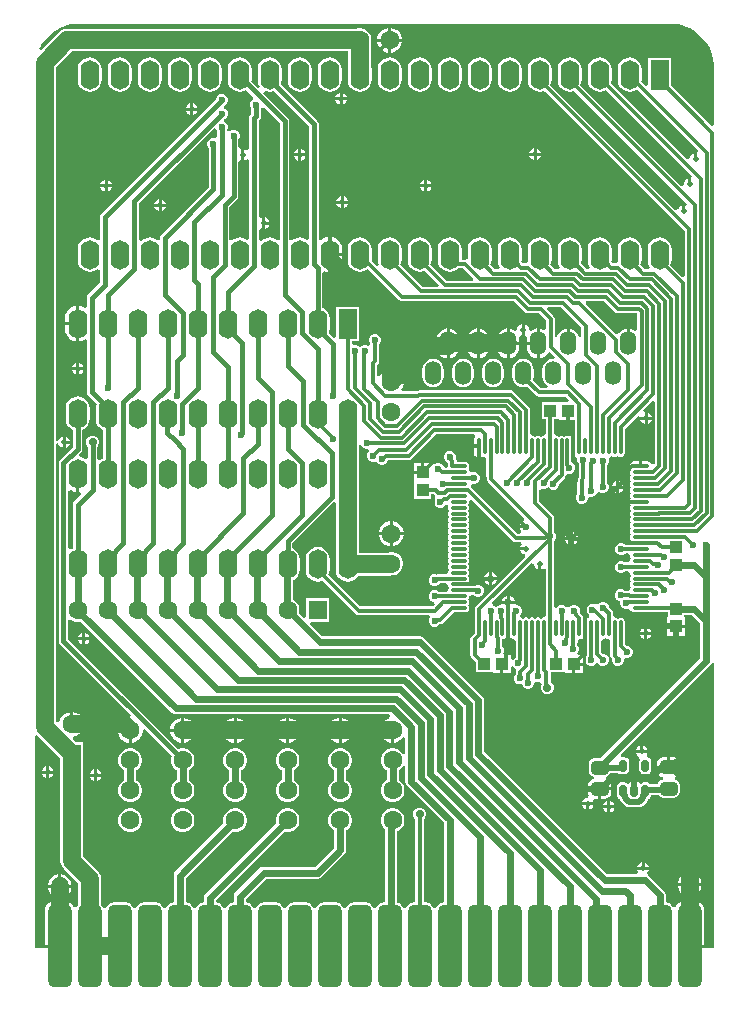
<source format=gtl>
G04*
G04 #@! TF.GenerationSoftware,Altium Limited,Altium Designer,21.1.1 (26)*
G04*
G04 Layer_Physical_Order=1*
G04 Layer_Color=255*
%FSLAX25Y25*%
%MOIN*%
G70*
G04*
G04 #@! TF.SameCoordinates,4EBEE0B8-8E4E-43C0-80E5-A374C2A04DA5*
G04*
G04*
G04 #@! TF.FilePolarity,Positive*
G04*
G01*
G75*
%ADD13C,0.02362*%
G04:AMPARAMS|DCode=17|XSize=23.62mil|YSize=39.37mil|CornerRadius=5.91mil|HoleSize=0mil|Usage=FLASHONLY|Rotation=0.000|XOffset=0mil|YOffset=0mil|HoleType=Round|Shape=RoundedRectangle|*
%AMROUNDEDRECTD17*
21,1,0.02362,0.02756,0,0,0.0*
21,1,0.01181,0.03937,0,0,0.0*
1,1,0.01181,0.00591,-0.01378*
1,1,0.01181,-0.00591,-0.01378*
1,1,0.01181,-0.00591,0.01378*
1,1,0.01181,0.00591,0.01378*
%
%ADD17ROUNDEDRECTD17*%
G04:AMPARAMS|DCode=18|XSize=45.28mil|YSize=57.09mil|CornerRadius=11.32mil|HoleSize=0mil|Usage=FLASHONLY|Rotation=90.000|XOffset=0mil|YOffset=0mil|HoleType=Round|Shape=RoundedRectangle|*
%AMROUNDEDRECTD18*
21,1,0.04528,0.03445,0,0,90.0*
21,1,0.02264,0.05709,0,0,90.0*
1,1,0.02264,0.01722,0.01132*
1,1,0.02264,0.01722,-0.01132*
1,1,0.02264,-0.01722,-0.01132*
1,1,0.02264,-0.01722,0.01132*
%
%ADD18ROUNDEDRECTD18*%
%ADD19O,0.05512X0.01181*%
%ADD20O,0.01181X0.05512*%
%ADD21R,0.03937X0.04134*%
%ADD22R,0.04134X0.03937*%
G04:AMPARAMS|DCode=36|XSize=78.74mil|YSize=275.59mil|CornerRadius=19.68mil|HoleSize=0mil|Usage=FLASHONLY|Rotation=0.000|XOffset=0mil|YOffset=0mil|HoleType=Round|Shape=RoundedRectangle|*
%AMROUNDEDRECTD36*
21,1,0.07874,0.23622,0,0,0.0*
21,1,0.03937,0.27559,0,0,0.0*
1,1,0.03937,0.01968,-0.11811*
1,1,0.03937,-0.01968,-0.11811*
1,1,0.03937,-0.01968,0.11811*
1,1,0.03937,0.01968,0.11811*
%
%ADD36ROUNDEDRECTD36*%
%ADD37C,0.01181*%
%ADD38C,0.05906*%
%ADD39C,0.01575*%
%ADD40C,0.01968*%
%ADD41O,0.05512X0.07874*%
%ADD42C,0.06299*%
%ADD43R,0.06299X0.06299*%
%ADD44O,0.06299X0.09843*%
%ADD45R,0.06299X0.09843*%
%ADD46R,0.06299X0.06299*%
%ADD47C,0.01968*%
%ADD48C,0.02362*%
%ADD49C,0.02756*%
%ADD50C,0.05906*%
G36*
X15700Y327180D02*
X212700D01*
X213662Y327180D01*
X215570Y326929D01*
X217429Y326431D01*
X219207Y325695D01*
X220873Y324732D01*
X222400Y323561D01*
X223761Y322200D01*
X224933Y320673D01*
X225895Y319007D01*
X226631Y317229D01*
X227129Y315370D01*
X227380Y313462D01*
X227380Y312500D01*
Y293264D01*
X226653Y292962D01*
X213137Y306478D01*
Y315909D01*
X205263D01*
Y306653D01*
X204536Y306351D01*
X203088Y307799D01*
X203171Y308428D01*
Y311972D01*
X203036Y312999D01*
X202639Y313957D01*
X202008Y314780D01*
X201185Y315411D01*
X200228Y315807D01*
X199200Y315943D01*
X198172Y315807D01*
X197214Y315411D01*
X196392Y314780D01*
X195761Y313957D01*
X195364Y312999D01*
X195229Y311972D01*
Y308428D01*
X195364Y307401D01*
X195761Y306443D01*
X196392Y305620D01*
X197214Y304989D01*
X198172Y304593D01*
X199200Y304457D01*
X200228Y304593D01*
X201185Y304989D01*
X201603Y305310D01*
X222076Y284837D01*
X221700Y284275D01*
Y282200D01*
X220700D01*
Y284141D01*
X220076Y283882D01*
X219518Y283324D01*
X219216Y282595D01*
Y282285D01*
X218428Y281959D01*
X193021Y307366D01*
X193036Y307401D01*
X193171Y308428D01*
Y311972D01*
X193036Y312999D01*
X192639Y313957D01*
X192008Y314780D01*
X191185Y315411D01*
X190228Y315807D01*
X189200Y315943D01*
X188172Y315807D01*
X187215Y315411D01*
X186392Y314780D01*
X185761Y313957D01*
X185364Y312999D01*
X185229Y311972D01*
Y308428D01*
X185364Y307401D01*
X185761Y306443D01*
X186392Y305620D01*
X187215Y304989D01*
X188172Y304593D01*
X189200Y304457D01*
X190228Y304593D01*
X191185Y304989D01*
X191320Y305093D01*
X220076Y276337D01*
X219700Y275775D01*
Y273700D01*
X218700D01*
Y275641D01*
X218076Y275382D01*
X217518Y274824D01*
X217216Y274095D01*
Y273513D01*
X216600Y273154D01*
X216488Y273127D01*
X182795Y306820D01*
X183036Y307401D01*
X183171Y308428D01*
Y311972D01*
X183036Y312999D01*
X182639Y313957D01*
X182008Y314780D01*
X181185Y315411D01*
X180228Y315807D01*
X179200Y315943D01*
X178172Y315807D01*
X177215Y315411D01*
X176392Y314780D01*
X175761Y313957D01*
X175364Y312999D01*
X175229Y311972D01*
Y308428D01*
X175364Y307401D01*
X175761Y306443D01*
X176392Y305620D01*
X177215Y304989D01*
X178172Y304593D01*
X179200Y304457D01*
X180228Y304593D01*
X180808Y304833D01*
X218466Y267176D01*
X218020Y266508D01*
X217700Y266641D01*
Y264700D01*
X216700D01*
Y266641D01*
X216076Y266382D01*
X215518Y265824D01*
X215331Y265373D01*
X214488Y265103D01*
X172788Y306803D01*
X173036Y307401D01*
X173171Y308428D01*
Y311972D01*
X173036Y312999D01*
X172639Y313957D01*
X172008Y314780D01*
X171186Y315411D01*
X170228Y315807D01*
X169200Y315943D01*
X168172Y315807D01*
X167215Y315411D01*
X166392Y314780D01*
X165761Y313957D01*
X165364Y312999D01*
X165229Y311972D01*
Y308428D01*
X165364Y307401D01*
X165761Y306443D01*
X166392Y305620D01*
X167215Y304989D01*
X168172Y304593D01*
X169200Y304457D01*
X170228Y304593D01*
X170791Y304826D01*
X217530Y258087D01*
Y243113D01*
X216803Y242812D01*
X212795Y246820D01*
X213036Y247401D01*
X213171Y248428D01*
Y251972D01*
X213036Y252999D01*
X212639Y253957D01*
X212008Y254780D01*
X211186Y255411D01*
X210228Y255807D01*
X209200Y255943D01*
X208172Y255807D01*
X207214Y255411D01*
X206392Y254780D01*
X205761Y253957D01*
X205364Y252999D01*
X205229Y251972D01*
Y248428D01*
X205364Y247401D01*
X205761Y246443D01*
X206029Y246093D01*
X205641Y245306D01*
X204310D01*
X202795Y246820D01*
X203036Y247401D01*
X203171Y248428D01*
Y251972D01*
X203036Y252999D01*
X202639Y253957D01*
X202008Y254780D01*
X201185Y255411D01*
X200228Y255807D01*
X199200Y255943D01*
X198172Y255807D01*
X197214Y255411D01*
X196392Y254780D01*
X195761Y253957D01*
X195364Y252999D01*
X195229Y251972D01*
Y248428D01*
X195277Y248062D01*
X194597Y247274D01*
X193664D01*
X193100Y247890D01*
X193171Y248428D01*
Y251972D01*
X193036Y252999D01*
X192639Y253957D01*
X192008Y254780D01*
X191185Y255411D01*
X190228Y255807D01*
X189200Y255943D01*
X188172Y255807D01*
X187215Y255411D01*
X186392Y254780D01*
X185761Y253957D01*
X185364Y252999D01*
X185229Y251972D01*
Y248428D01*
X185364Y247401D01*
X185761Y246443D01*
X185997Y246135D01*
X185678Y245456D01*
X184917Y245382D01*
X182996Y247304D01*
X183036Y247401D01*
X183171Y248428D01*
Y251972D01*
X183036Y252999D01*
X182639Y253957D01*
X182008Y254780D01*
X181185Y255411D01*
X180228Y255807D01*
X179200Y255943D01*
X178172Y255807D01*
X177215Y255411D01*
X176392Y254780D01*
X175761Y253957D01*
X175364Y252999D01*
X175229Y251972D01*
Y248428D01*
X175364Y247401D01*
X175761Y246443D01*
X176029Y246093D01*
X175641Y245306D01*
X174310D01*
X172795Y246820D01*
X173036Y247401D01*
X173171Y248428D01*
Y251972D01*
X173036Y252999D01*
X172639Y253957D01*
X172008Y254780D01*
X171186Y255411D01*
X170228Y255807D01*
X169200Y255943D01*
X168172Y255807D01*
X167215Y255411D01*
X166392Y254780D01*
X165761Y253957D01*
X165364Y252999D01*
X165229Y251972D01*
Y248428D01*
X165277Y248062D01*
X164597Y247274D01*
X163664D01*
X163100Y247890D01*
X163171Y248428D01*
Y251972D01*
X163036Y252999D01*
X162639Y253957D01*
X162008Y254780D01*
X161186Y255411D01*
X160228Y255807D01*
X159200Y255943D01*
X158172Y255807D01*
X157214Y255411D01*
X156392Y254780D01*
X155761Y253957D01*
X155364Y252999D01*
X155229Y251972D01*
Y248428D01*
X155364Y247401D01*
X155761Y246443D01*
X156029Y246093D01*
X155641Y245306D01*
X154309D01*
X152795Y246820D01*
X153036Y247401D01*
X153171Y248428D01*
Y251972D01*
X153036Y252999D01*
X152639Y253957D01*
X152008Y254780D01*
X151186Y255411D01*
X150228Y255807D01*
X149200Y255943D01*
X148172Y255807D01*
X147214Y255411D01*
X146392Y254780D01*
X145761Y253957D01*
X145364Y252999D01*
X145229Y251972D01*
Y248939D01*
X145118Y248794D01*
X144469Y248371D01*
X144460Y248371D01*
X144210Y248420D01*
X143178D01*
X143171Y248428D01*
Y251972D01*
X143036Y252999D01*
X142639Y253957D01*
X142008Y254780D01*
X141185Y255411D01*
X140228Y255807D01*
X139200Y255943D01*
X138172Y255807D01*
X137215Y255411D01*
X136392Y254780D01*
X135761Y253957D01*
X135364Y252999D01*
X135229Y251972D01*
Y248428D01*
X135364Y247401D01*
X135761Y246443D01*
X136392Y245620D01*
X137215Y244989D01*
X138172Y244593D01*
X139200Y244457D01*
X140228Y244593D01*
X141185Y244989D01*
X141996Y245611D01*
X141998Y245610D01*
X143628D01*
X147142Y242096D01*
X146841Y241369D01*
X138247D01*
X132795Y246820D01*
X133036Y247401D01*
X133171Y248428D01*
Y251972D01*
X133036Y252999D01*
X132639Y253957D01*
X132008Y254780D01*
X131185Y255411D01*
X130228Y255807D01*
X129200Y255943D01*
X128172Y255807D01*
X127215Y255411D01*
X126392Y254780D01*
X125761Y253957D01*
X125364Y252999D01*
X125229Y251972D01*
Y248428D01*
X125364Y247401D01*
X125761Y246443D01*
X126392Y245620D01*
X127215Y244989D01*
X128172Y244593D01*
X129200Y244457D01*
X130228Y244593D01*
X130808Y244833D01*
X135514Y240128D01*
X135212Y239400D01*
X130215D01*
X122795Y246820D01*
X123036Y247401D01*
X123171Y248428D01*
Y251972D01*
X123036Y252999D01*
X122639Y253957D01*
X122008Y254780D01*
X121186Y255411D01*
X120228Y255807D01*
X119200Y255943D01*
X118172Y255807D01*
X117215Y255411D01*
X116392Y254780D01*
X115761Y253957D01*
X115364Y252999D01*
X115229Y251972D01*
Y248428D01*
X115364Y247401D01*
X115551Y246949D01*
X114884Y246503D01*
X113378Y248009D01*
X113137Y248170D01*
X113171Y248428D01*
Y251972D01*
X113036Y252999D01*
X112639Y253957D01*
X112008Y254780D01*
X111186Y255411D01*
X110228Y255807D01*
X109200Y255943D01*
X108172Y255807D01*
X107214Y255411D01*
X106392Y254780D01*
X105761Y253957D01*
X105364Y252999D01*
X105229Y251972D01*
Y248428D01*
X105364Y247401D01*
X105761Y246443D01*
X106392Y245620D01*
X107214Y244989D01*
X108172Y244593D01*
X109200Y244457D01*
X110228Y244593D01*
X111186Y244989D01*
X111886Y245527D01*
X122380Y235033D01*
X122836Y234729D01*
X123373Y234622D01*
X160697D01*
X164223Y231096D01*
X164679Y230792D01*
X165216Y230685D01*
X168926D01*
X171429Y228182D01*
Y225514D01*
X170642Y225126D01*
X170594Y225162D01*
X169681Y225540D01*
X169200Y225604D01*
Y220700D01*
X168700D01*
D01*
X169200D01*
Y215796D01*
X169681Y215860D01*
X170594Y216238D01*
X171379Y216840D01*
X171836Y217436D01*
X172740Y217646D01*
X174203Y216183D01*
X173835Y215437D01*
X173700Y215455D01*
X172775Y215333D01*
X171913Y214976D01*
X171173Y214408D01*
X170605Y213668D01*
X170248Y212806D01*
X170126Y211881D01*
Y209519D01*
X170248Y208594D01*
X170605Y207732D01*
X171173Y206992D01*
X171873Y206455D01*
X171878Y206373D01*
X171545Y205667D01*
X169538D01*
X166994Y208212D01*
X167152Y208594D01*
X167274Y209519D01*
Y211881D01*
X167152Y212806D01*
X166795Y213668D01*
X166227Y214408D01*
X165487Y214976D01*
X164625Y215333D01*
X163700Y215455D01*
X162775Y215333D01*
X161913Y214976D01*
X161173Y214408D01*
X160605Y213668D01*
X160248Y212806D01*
X160126Y211881D01*
Y209519D01*
X160248Y208594D01*
X160605Y207732D01*
X161173Y206992D01*
X161913Y206424D01*
X162775Y206067D01*
X163700Y205945D01*
X164625Y206067D01*
X165007Y206225D01*
X167963Y203269D01*
X168419Y202964D01*
X168956Y202857D01*
X177993D01*
X178954Y201896D01*
X178653Y201168D01*
X175586D01*
Y200956D01*
X169893D01*
Y195444D01*
X171342D01*
Y193209D01*
X171276Y193110D01*
X171169Y192572D01*
Y190591D01*
X170606Y189900D01*
X170068Y189793D01*
X169621Y189495D01*
X169175Y189793D01*
X168637Y189900D01*
X168099Y189793D01*
X167653Y189495D01*
X167206Y189793D01*
X166668Y189900D01*
X166105Y190591D01*
Y198472D01*
X165998Y199010D01*
X165693Y199466D01*
X160623Y204536D01*
X160168Y204840D01*
X159630Y204947D01*
X129162D01*
X128624Y204840D01*
X128230Y204577D01*
X123467D01*
X123143Y205365D01*
X123567Y206098D01*
X123850Y207154D01*
Y207200D01*
X119700D01*
Y207700D01*
X119200D01*
Y211850D01*
X119154D01*
X118098Y211567D01*
X117152Y211020D01*
X116379Y210248D01*
X116269Y210056D01*
X115239Y209847D01*
X115105Y209947D01*
Y213479D01*
X115249Y213623D01*
X115553Y214079D01*
X115660Y214616D01*
Y220321D01*
X115924Y220585D01*
X116224Y221308D01*
Y222092D01*
X115924Y222815D01*
X115370Y223369D01*
X114647Y223669D01*
X113864D01*
X113140Y223369D01*
X112586Y222815D01*
X112287Y222092D01*
Y221308D01*
X112586Y220585D01*
X112511Y220454D01*
X112024Y219869D01*
X111300Y220168D01*
X110517D01*
X109794Y219869D01*
X109334Y219409D01*
X108874Y219869D01*
X108151Y220168D01*
X107368D01*
X106605Y220705D01*
Y221491D01*
X109137D01*
Y232909D01*
X101263D01*
Y222665D01*
X100536Y222363D01*
X98878Y224021D01*
X99036Y224401D01*
X99171Y225428D01*
Y228972D01*
X99036Y229999D01*
X98639Y230957D01*
X98008Y231780D01*
X97185Y232411D01*
X96806Y232568D01*
Y244076D01*
X97593Y244602D01*
X98117Y244386D01*
X98700Y244309D01*
Y250200D01*
X99200D01*
D01*
X98700D01*
Y256091D01*
X98117Y256014D01*
X97107Y255596D01*
X96317Y254990D01*
X95996Y255058D01*
X95530Y255299D01*
Y293704D01*
X95530Y293704D01*
X95408Y294318D01*
X95060Y294839D01*
X82878Y307021D01*
X83036Y307401D01*
X83171Y308428D01*
Y311972D01*
X83036Y312999D01*
X82639Y313957D01*
X82008Y314780D01*
X81186Y315411D01*
X80228Y315807D01*
X79200Y315943D01*
X78172Y315807D01*
X77214Y315411D01*
X76392Y314780D01*
X75761Y313957D01*
X75364Y312999D01*
X75229Y311972D01*
Y308428D01*
X75364Y307401D01*
X75761Y306443D01*
X75834Y306347D01*
X75241Y305827D01*
X73109Y307959D01*
X73171Y308428D01*
Y311972D01*
X73036Y312999D01*
X72639Y313957D01*
X72008Y314780D01*
X71185Y315411D01*
X70228Y315807D01*
X69200Y315943D01*
X68172Y315807D01*
X67215Y315411D01*
X66392Y314780D01*
X65761Y313957D01*
X65364Y312999D01*
X65229Y311972D01*
Y308428D01*
X65364Y307401D01*
X65761Y306443D01*
X66392Y305620D01*
X67215Y304989D01*
X68172Y304593D01*
X69200Y304457D01*
X70228Y304593D01*
X71185Y304989D01*
X71385Y305142D01*
X73741Y302786D01*
X73586Y301874D01*
X73565Y301849D01*
X73031Y301315D01*
X72732Y300592D01*
Y299808D01*
X73031Y299085D01*
X73094Y299022D01*
Y297077D01*
X72789Y296772D01*
X72441Y296251D01*
X72319Y295637D01*
X72319Y295637D01*
Y285316D01*
X71531Y284990D01*
X71324Y285197D01*
X70700Y285456D01*
Y283515D01*
Y281574D01*
X71324Y281833D01*
X71531Y282040D01*
X72319Y281714D01*
Y255534D01*
X71531Y255145D01*
X71185Y255411D01*
X70228Y255807D01*
X69200Y255943D01*
X68172Y255807D01*
X67215Y255411D01*
X66593Y254934D01*
X65806Y255219D01*
Y265952D01*
X68335Y268482D01*
X68683Y269003D01*
X68806Y269617D01*
X68806Y269617D01*
Y281093D01*
X69593Y281619D01*
X69700Y281574D01*
Y283515D01*
Y285456D01*
X69593Y285411D01*
X68806Y285937D01*
Y288627D01*
X68869Y288690D01*
X69169Y289414D01*
Y290197D01*
X68869Y290920D01*
X68315Y291474D01*
X67592Y291774D01*
X66808D01*
X66085Y291474D01*
X66026Y291415D01*
X65564Y291349D01*
X65012Y291480D01*
X64897Y291652D01*
X65168Y292308D01*
Y293092D01*
X64869Y293815D01*
X64315Y294369D01*
X63927Y294530D01*
Y295382D01*
X64315Y295543D01*
X64869Y296096D01*
X65168Y296820D01*
Y297603D01*
X64869Y298326D01*
X64315Y298880D01*
X63954Y299029D01*
Y299882D01*
X64315Y300031D01*
X64869Y300585D01*
X65168Y301308D01*
Y302092D01*
X64869Y302815D01*
X64315Y303369D01*
X63592Y303668D01*
X62808D01*
X62085Y303369D01*
X61531Y302815D01*
X61231Y302092D01*
Y302002D01*
X23065Y263835D01*
X22717Y263315D01*
X22594Y262700D01*
X22594Y262700D01*
Y255219D01*
X21807Y254934D01*
X21185Y255411D01*
X20228Y255807D01*
X19200Y255943D01*
X18172Y255807D01*
X17214Y255411D01*
X16392Y254780D01*
X15761Y253957D01*
X15364Y252999D01*
X15229Y251972D01*
Y248428D01*
X15364Y247401D01*
X15761Y246443D01*
X16392Y245620D01*
X17214Y244989D01*
X18172Y244593D01*
X19200Y244457D01*
X20228Y244593D01*
X21185Y244989D01*
X21807Y245466D01*
X22594Y245181D01*
Y240753D01*
X18789Y236948D01*
X18441Y236427D01*
X18319Y235812D01*
X18319Y235812D01*
Y232802D01*
X17531Y232413D01*
X17293Y232596D01*
X16283Y233014D01*
X15700Y233091D01*
Y227200D01*
Y221309D01*
X16283Y221386D01*
X17293Y221804D01*
X17531Y221987D01*
X18319Y221599D01*
Y204247D01*
X18319Y204247D01*
X18441Y203633D01*
X18789Y203112D01*
X21522Y200379D01*
X21364Y199999D01*
X21229Y198972D01*
Y195428D01*
X21364Y194401D01*
X21761Y193443D01*
X22392Y192620D01*
X23214Y191989D01*
X23594Y191832D01*
Y182345D01*
X23214Y182188D01*
X22593Y181711D01*
X21806Y181996D01*
Y186243D01*
X22036Y186473D01*
X22365Y187269D01*
Y188131D01*
X22036Y188927D01*
X21427Y189536D01*
X20631Y189865D01*
X19769D01*
X18973Y189536D01*
X18364Y188927D01*
X18035Y188131D01*
Y187269D01*
X18364Y186473D01*
X18594Y186243D01*
Y182368D01*
X17807Y181979D01*
X17293Y182374D01*
X16283Y182792D01*
X15985Y182831D01*
X15703Y183663D01*
X16335Y184295D01*
X16335Y184295D01*
X16683Y184816D01*
X16806Y185430D01*
Y191832D01*
X17186Y191989D01*
X18008Y192620D01*
X18639Y193443D01*
X19036Y194401D01*
X19171Y195428D01*
Y198972D01*
X19036Y199999D01*
X18639Y200957D01*
X18008Y201780D01*
X17186Y202411D01*
X16228Y202807D01*
X15200Y202943D01*
X14172Y202807D01*
X13215Y202411D01*
X12392Y201780D01*
X11761Y200957D01*
X11364Y199999D01*
X11229Y198972D01*
Y195428D01*
X11364Y194401D01*
X11761Y193443D01*
X12392Y192620D01*
X13215Y191989D01*
X13594Y191832D01*
Y186095D01*
X9340Y181841D01*
X8992Y181321D01*
X8870Y180706D01*
X8870Y180706D01*
Y121424D01*
X8870Y121424D01*
X8992Y120810D01*
X9340Y120289D01*
X32992Y96637D01*
X32666Y95850D01*
X32154D01*
X31098Y95567D01*
X30152Y95021D01*
X29379Y94248D01*
X28833Y93302D01*
X28550Y92246D01*
Y92200D01*
X32700D01*
Y91700D01*
X33200D01*
Y87550D01*
X33246D01*
X34302Y87833D01*
X35248Y88380D01*
X36020Y89152D01*
X36567Y90098D01*
X36850Y91154D01*
Y91666D01*
X37637Y91992D01*
X46506Y83124D01*
X46263Y82218D01*
Y81182D01*
X46531Y80180D01*
X47050Y79283D01*
X47783Y78550D01*
X48193Y78313D01*
Y75087D01*
X47783Y74850D01*
X47050Y74117D01*
X46531Y73220D01*
X46263Y72218D01*
Y71182D01*
X46531Y70180D01*
X47050Y69283D01*
X47783Y68550D01*
X48680Y68031D01*
X49682Y67763D01*
X50718D01*
X51720Y68031D01*
X52617Y68550D01*
X53350Y69283D01*
X53869Y70180D01*
X54137Y71182D01*
Y72218D01*
X53869Y73220D01*
X53350Y74117D01*
X52617Y74850D01*
X52207Y75087D01*
Y78313D01*
X52617Y78550D01*
X53350Y79283D01*
X53869Y80180D01*
X54137Y81182D01*
Y82218D01*
X53869Y83220D01*
X53350Y84117D01*
X52617Y84850D01*
X51720Y85369D01*
X50718Y85637D01*
X49682D01*
X48776Y85394D01*
X12081Y122090D01*
Y128259D01*
X12161Y128292D01*
X12869Y128500D01*
X13680Y128031D01*
X14682Y127763D01*
X15718D01*
X16176Y127886D01*
X46529Y97533D01*
X47180Y97098D01*
X47948Y96945D01*
X119070D01*
X119398Y96517D01*
X119104Y95702D01*
X118598Y95567D01*
X117652Y95021D01*
X116879Y94248D01*
X116333Y93302D01*
X116050Y92246D01*
Y92200D01*
X120200D01*
Y91700D01*
X120700D01*
Y87550D01*
X120746D01*
X121802Y87833D01*
X122748Y88380D01*
X123521Y89152D01*
X123658Y89389D01*
X124445Y89200D01*
Y83796D01*
X123658Y83585D01*
X123350Y84117D01*
X122617Y84850D01*
X121720Y85369D01*
X120718Y85637D01*
X119682D01*
X118680Y85369D01*
X117783Y84850D01*
X117050Y84117D01*
X116531Y83220D01*
X116263Y82218D01*
Y81182D01*
X116531Y80180D01*
X117050Y79283D01*
X117783Y78550D01*
X118193Y78313D01*
Y75087D01*
X117783Y74850D01*
X117050Y74117D01*
X116531Y73220D01*
X116263Y72218D01*
Y71182D01*
X116531Y70180D01*
X117050Y69283D01*
X117783Y68550D01*
X118680Y68031D01*
X119682Y67763D01*
X120718D01*
X121720Y68031D01*
X122617Y68550D01*
X123350Y69283D01*
X123869Y70180D01*
X124137Y71182D01*
Y72218D01*
X123869Y73220D01*
X123350Y74117D01*
X122617Y74850D01*
X122207Y75087D01*
Y78313D01*
X122617Y78550D01*
X123350Y79283D01*
X123658Y79815D01*
X124445Y79604D01*
Y74509D01*
X124598Y73741D01*
X125033Y73090D01*
X137193Y60930D01*
Y34286D01*
X136512Y34196D01*
X135842Y33918D01*
X135266Y33477D01*
X134824Y32901D01*
X134608Y32379D01*
X134276Y32313D01*
X134124D01*
X133792Y32379D01*
X133576Y32901D01*
X133134Y33477D01*
X132558Y33918D01*
X131888Y34196D01*
X131168Y34291D01*
X130605D01*
Y62043D01*
X131036Y62473D01*
X131365Y63269D01*
Y64131D01*
X131036Y64927D01*
X130427Y65536D01*
X129631Y65865D01*
X128769D01*
X127973Y65536D01*
X127364Y64927D01*
X127035Y64131D01*
Y63269D01*
X127364Y62473D01*
X127795Y62043D01*
Y34291D01*
X127232D01*
X126512Y34196D01*
X125842Y33918D01*
X125266Y33477D01*
X124824Y32901D01*
X124608Y32379D01*
X124276Y32313D01*
X124124D01*
X123792Y32379D01*
X123576Y32901D01*
X123134Y33477D01*
X122558Y33918D01*
X121888Y34196D01*
X121707Y34220D01*
Y58028D01*
X121720Y58031D01*
X122617Y58550D01*
X123350Y59283D01*
X123869Y60180D01*
X124137Y61182D01*
Y62218D01*
X123869Y63220D01*
X123350Y64117D01*
X122617Y64850D01*
X121720Y65369D01*
X120718Y65637D01*
X119682D01*
X118680Y65369D01*
X117783Y64850D01*
X117050Y64117D01*
X116531Y63220D01*
X116263Y62218D01*
Y61182D01*
X116531Y60180D01*
X117050Y59283D01*
X117693Y58639D01*
Y34291D01*
X117232D01*
X116512Y34196D01*
X115842Y33918D01*
X115266Y33477D01*
X114824Y32901D01*
X114608Y32379D01*
X114276Y32313D01*
X114124D01*
X113792Y32379D01*
X113576Y32901D01*
X113134Y33477D01*
X112558Y33918D01*
X111888Y34196D01*
X111169Y34291D01*
X107231D01*
X106512Y34196D01*
X105842Y33918D01*
X105266Y33477D01*
X104824Y32901D01*
X104608Y32379D01*
X104276Y32313D01*
X104124D01*
X103792Y32379D01*
X103576Y32901D01*
X103134Y33477D01*
X102558Y33918D01*
X101888Y34196D01*
X101169Y34291D01*
X97232D01*
X96512Y34196D01*
X95842Y33918D01*
X95266Y33477D01*
X94824Y32901D01*
X94608Y32379D01*
X94276Y32313D01*
X94124D01*
X93792Y32379D01*
X93576Y32901D01*
X93134Y33477D01*
X92558Y33918D01*
X91888Y34196D01*
X91168Y34291D01*
X87231D01*
X86512Y34196D01*
X85842Y33918D01*
X85266Y33477D01*
X84824Y32901D01*
X84608Y32379D01*
X84276Y32313D01*
X84124D01*
X83792Y32379D01*
X83576Y32901D01*
X83134Y33477D01*
X82558Y33918D01*
X81888Y34196D01*
X81169Y34291D01*
X77232D01*
X76512Y34196D01*
X75842Y33918D01*
X75266Y33477D01*
X74824Y32901D01*
X74608Y32379D01*
X74276Y32313D01*
X74124D01*
X73792Y32379D01*
X73576Y32901D01*
X73134Y33477D01*
X72558Y33918D01*
X71888Y34196D01*
X71207Y34286D01*
Y35369D01*
X78031Y42193D01*
X95200D01*
X95968Y42346D01*
X96619Y42781D01*
X104119Y50281D01*
X104554Y50932D01*
X104707Y51700D01*
Y58313D01*
X105117Y58550D01*
X105850Y59283D01*
X106369Y60180D01*
X106637Y61182D01*
Y62218D01*
X106369Y63220D01*
X105850Y64117D01*
X105117Y64850D01*
X104220Y65369D01*
X103218Y65637D01*
X102182D01*
X101180Y65369D01*
X100283Y64850D01*
X99550Y64117D01*
X99031Y63220D01*
X98763Y62218D01*
Y61182D01*
X99031Y60180D01*
X99550Y59283D01*
X100283Y58550D01*
X100693Y58313D01*
Y52531D01*
X94369Y46207D01*
X77200D01*
X76432Y46054D01*
X75781Y45619D01*
X67781Y37619D01*
X67346Y36968D01*
X67193Y36200D01*
Y34286D01*
X66512Y34196D01*
X65842Y33918D01*
X65266Y33477D01*
X64824Y32901D01*
X64608Y32379D01*
X64276Y32313D01*
X64124D01*
X63792Y32379D01*
X63576Y32901D01*
X63134Y33477D01*
X62558Y33918D01*
X61888Y34196D01*
X61581Y34236D01*
X61394Y35055D01*
X84224Y57886D01*
X84682Y57763D01*
X85718D01*
X86720Y58031D01*
X87617Y58550D01*
X88350Y59283D01*
X88869Y60180D01*
X89137Y61182D01*
Y62218D01*
X88869Y63220D01*
X88350Y64117D01*
X87617Y64850D01*
X86720Y65369D01*
X85718Y65637D01*
X84682D01*
X83680Y65369D01*
X82783Y64850D01*
X82050Y64117D01*
X81531Y63220D01*
X81263Y62218D01*
Y61182D01*
X81386Y60724D01*
X57781Y37119D01*
X57346Y36468D01*
X57193Y35700D01*
Y34286D01*
X56512Y34196D01*
X55842Y33918D01*
X55266Y33477D01*
X54824Y32901D01*
X54608Y32379D01*
X54276Y32313D01*
X54124D01*
X53792Y32379D01*
X53576Y32901D01*
X53134Y33477D01*
X52558Y33918D01*
X51888Y34196D01*
X51207Y34286D01*
Y42369D01*
X66724Y57886D01*
X67182Y57763D01*
X68218D01*
X69220Y58031D01*
X70117Y58550D01*
X70850Y59283D01*
X71369Y60180D01*
X71637Y61182D01*
Y62218D01*
X71369Y63220D01*
X70850Y64117D01*
X70117Y64850D01*
X69220Y65369D01*
X68218Y65637D01*
X67182D01*
X66180Y65369D01*
X65283Y64850D01*
X64550Y64117D01*
X64031Y63220D01*
X63763Y62218D01*
Y61182D01*
X63886Y60724D01*
X47781Y44619D01*
X47346Y43968D01*
X47193Y43200D01*
Y34286D01*
X46512Y34196D01*
X45842Y33918D01*
X45266Y33477D01*
X44824Y32901D01*
X44608Y32379D01*
X44276Y32313D01*
X44124D01*
X43792Y32379D01*
X43576Y32901D01*
X43134Y33477D01*
X42558Y33918D01*
X41888Y34196D01*
X41168Y34291D01*
X37231D01*
X36512Y34196D01*
X35842Y33918D01*
X35266Y33477D01*
X34824Y32901D01*
X34608Y32379D01*
X34276Y32313D01*
X34124D01*
X33792Y32379D01*
X33576Y32901D01*
X33134Y33477D01*
X32558Y33918D01*
X31888Y34196D01*
X31168Y34291D01*
X27231D01*
X26512Y34196D01*
X25842Y33918D01*
X25266Y33477D01*
X24824Y32901D01*
X24608Y32379D01*
X24276Y32313D01*
X24124D01*
X23792Y32379D01*
X23576Y32901D01*
X23134Y33477D01*
X22972Y33601D01*
Y42200D01*
X22844Y43176D01*
X22467Y44086D01*
X21868Y44868D01*
X16972Y49763D01*
Y79921D01*
X17137D01*
Y87795D01*
X14598D01*
X13550Y88842D01*
X13911Y89595D01*
X14802Y89833D01*
X15748Y90380D01*
X16521Y91152D01*
X17067Y92098D01*
X17350Y93154D01*
Y93200D01*
X13200D01*
Y93700D01*
X12700D01*
Y97850D01*
X12654D01*
X11598Y97567D01*
X10652Y97021D01*
X9879Y96248D01*
X9333Y95302D01*
X9189Y94762D01*
X8357Y94442D01*
X7972Y94727D01*
Y187199D01*
X8716Y187305D01*
X9018Y186576D01*
X9576Y186018D01*
X10200Y185759D01*
Y187700D01*
Y189641D01*
X9576Y189382D01*
X9018Y188824D01*
X8716Y188095D01*
X7972Y188201D01*
Y312637D01*
X13263Y317928D01*
X105428D01*
Y313152D01*
X105364Y312999D01*
X105229Y311972D01*
Y308428D01*
X105364Y307401D01*
X105761Y306443D01*
X106392Y305620D01*
X107214Y304989D01*
X108172Y304593D01*
X109200Y304457D01*
X110228Y304593D01*
X111186Y304989D01*
X112008Y305620D01*
X112639Y306443D01*
X113036Y307401D01*
X113171Y308428D01*
Y311972D01*
X113036Y312999D01*
X112972Y313152D01*
Y320567D01*
X113137Y321182D01*
Y322218D01*
X112869Y323220D01*
X112350Y324117D01*
X111617Y324850D01*
X110720Y325369D01*
X109718Y325637D01*
X108682D01*
X108068Y325472D01*
X11700D01*
X10724Y325344D01*
X9814Y324967D01*
X9032Y324367D01*
X3135Y318470D01*
X2468Y318916D01*
X2505Y319007D01*
X3467Y320673D01*
X4639Y322200D01*
X6000Y323561D01*
X7526Y324733D01*
X9193Y325695D01*
X10971Y326431D01*
X12830Y326929D01*
X14738Y327181D01*
X15700Y327180D01*
D02*
G37*
G36*
X82594Y293932D02*
Y255219D01*
X81807Y254934D01*
X81186Y255411D01*
X80228Y255807D01*
X79200Y255943D01*
X78172Y255807D01*
X77214Y255411D01*
X76392Y254780D01*
X76318Y254682D01*
X75530Y254950D01*
Y258535D01*
X76318Y258918D01*
X76700Y258759D01*
Y260700D01*
Y262641D01*
X76318Y262482D01*
X75530Y262865D01*
Y294971D01*
X75835Y295277D01*
X76183Y295798D01*
X76306Y296412D01*
X76306Y296412D01*
Y299022D01*
X76369Y299085D01*
X77286Y299241D01*
X82594Y293932D01*
D02*
G37*
G36*
X78172Y304593D02*
X79200Y304457D01*
X80228Y304593D01*
X80608Y304750D01*
X92319Y293039D01*
Y255534D01*
X91531Y255145D01*
X91185Y255411D01*
X90228Y255807D01*
X89200Y255943D01*
X88172Y255807D01*
X87214Y255411D01*
X86593Y254934D01*
X85806Y255219D01*
Y294597D01*
X85683Y295212D01*
X85335Y295733D01*
X85335Y295733D01*
X76977Y304091D01*
X76967Y304240D01*
X77720Y304780D01*
X78172Y304593D01*
D02*
G37*
G36*
X61363Y291990D02*
X61531Y291585D01*
X61594Y291522D01*
Y289556D01*
X60836Y289018D01*
X60053D01*
X59329Y288718D01*
X58775Y288164D01*
X58476Y287441D01*
Y286658D01*
X58775Y285934D01*
X58838Y285871D01*
Y272609D01*
X43065Y256835D01*
X42717Y256314D01*
X42594Y255700D01*
X42594Y255700D01*
Y255219D01*
X41807Y254934D01*
X41186Y255411D01*
X40228Y255807D01*
X39200Y255943D01*
X38172Y255807D01*
X37214Y255411D01*
X36392Y254780D01*
X36318Y254682D01*
X35530Y254950D01*
Y267271D01*
X60504Y292245D01*
X61363Y291990D01*
D02*
G37*
G36*
X194223Y231096D02*
X194679Y230792D01*
X195216Y230685D01*
X201782D01*
Y225242D01*
X200995Y224854D01*
X200594Y225162D01*
X199680Y225540D01*
X199200Y225604D01*
Y220700D01*
X198200D01*
Y225604D01*
X197720Y225540D01*
X196806Y225162D01*
X196021Y224560D01*
X195564Y223964D01*
X194660Y223754D01*
X184520Y233894D01*
X184821Y234622D01*
X190697D01*
X194223Y231096D01*
D02*
G37*
G36*
X183161Y225769D02*
Y222803D01*
X182374Y222751D01*
X182359Y222862D01*
X181981Y223775D01*
X181379Y224560D01*
X180594Y225162D01*
X179681Y225540D01*
X179200Y225604D01*
Y220700D01*
X178200D01*
Y225604D01*
X177719Y225540D01*
X176806Y225162D01*
X176021Y224560D01*
X175419Y223775D01*
X175041Y222862D01*
X175026Y222751D01*
X174239Y222803D01*
Y228764D01*
X174132Y229302D01*
X173827Y229757D01*
X171659Y231926D01*
X171960Y232653D01*
X176277D01*
X183161Y225769D01*
D02*
G37*
G36*
X207688Y201172D02*
Y180771D01*
X207236Y180382D01*
X206364Y180540D01*
X206201Y180784D01*
X205675Y181135D01*
X205054Y181259D01*
X203389D01*
Y179637D01*
X202889D01*
Y179137D01*
X199201D01*
X199225Y179016D01*
X199577Y178490D01*
X199604Y178472D01*
X199426Y178206D01*
X199319Y177668D01*
X199426Y177131D01*
X199724Y176684D01*
X199426Y176238D01*
X199319Y175700D01*
X199426Y175162D01*
X199724Y174716D01*
X199426Y174269D01*
X199319Y173732D01*
X199426Y173194D01*
X199724Y172747D01*
X199426Y172301D01*
X199319Y171763D01*
X199426Y171225D01*
X199724Y170779D01*
X199426Y170332D01*
X199319Y169794D01*
X199426Y169257D01*
X199604Y168991D01*
X199577Y168973D01*
X199225Y168447D01*
X199201Y168326D01*
X202889D01*
Y167326D01*
X199201D01*
X199225Y167205D01*
X199577Y166679D01*
X199604Y166661D01*
X199426Y166395D01*
X199319Y165858D01*
X199426Y165320D01*
X199724Y164873D01*
X199426Y164427D01*
X199319Y163889D01*
X199426Y163351D01*
X199724Y162905D01*
X199426Y162458D01*
X199319Y161920D01*
X199426Y161383D01*
X199724Y160936D01*
X199426Y160490D01*
X199319Y159952D01*
X199426Y159414D01*
X199724Y158968D01*
X199426Y158521D01*
X199319Y157984D01*
X199426Y157446D01*
X199724Y156999D01*
X199426Y156553D01*
X199319Y156015D01*
X199426Y155477D01*
X199604Y155211D01*
X199577Y155193D01*
X199225Y154667D01*
X199102Y154046D01*
X198639Y153483D01*
X197701D01*
X197541Y153643D01*
X196818Y153943D01*
X196034D01*
X195311Y153643D01*
X194757Y153089D01*
X194457Y152366D01*
Y151582D01*
X194757Y150859D01*
X195311Y150305D01*
X196034Y150005D01*
X196818D01*
X197541Y150305D01*
X197909Y150673D01*
X198628D01*
X199319Y150109D01*
X199426Y149572D01*
X199724Y149125D01*
X199426Y148679D01*
X199319Y148141D01*
X198628Y147577D01*
X197607D01*
X197493Y147691D01*
X196770Y147991D01*
X195986D01*
X195263Y147691D01*
X194709Y147137D01*
X194410Y146414D01*
Y145631D01*
X194709Y144907D01*
X195263Y144353D01*
X195986Y144053D01*
X196770D01*
X197493Y144353D01*
X197907Y144767D01*
X198628D01*
X199319Y144204D01*
X199426Y143666D01*
X199724Y143220D01*
X199426Y142773D01*
X199319Y142235D01*
X199426Y141698D01*
X199724Y141251D01*
X199426Y140805D01*
X199319Y140267D01*
X199426Y139729D01*
X199724Y139283D01*
X199426Y138836D01*
X199319Y138298D01*
X198565Y138052D01*
X197585D01*
X197321Y138316D01*
X196597Y138616D01*
X195814D01*
X195091Y138316D01*
X194537Y137762D01*
X194237Y137039D01*
Y136256D01*
X194537Y135532D01*
X195091Y134978D01*
X195814Y134679D01*
X195882D01*
X196034Y134451D01*
Y133668D01*
X196333Y132945D01*
X196887Y132391D01*
X197610Y132091D01*
X198394D01*
X198562Y132161D01*
X199426Y131855D01*
X199730Y131400D01*
X200186Y131095D01*
X200724Y130988D01*
X211944D01*
Y129361D01*
X211732D01*
Y126795D01*
X214700D01*
Y126295D01*
D01*
Y126795D01*
X217669D01*
Y129361D01*
X217456D01*
Y130193D01*
X219869D01*
X222693Y127369D01*
Y115575D01*
X189454Y82336D01*
X189452Y82332D01*
X187478D01*
X186729Y82183D01*
X186094Y81759D01*
X185670Y81124D01*
X185521Y80375D01*
Y78111D01*
X185670Y77363D01*
X186094Y76728D01*
X186729Y76303D01*
X187200Y76210D01*
Y75407D01*
X186646Y75297D01*
X185941Y74826D01*
X185469Y74120D01*
X185304Y73289D01*
Y72657D01*
X189200D01*
X193096D01*
Y73289D01*
X192931Y74120D01*
X192459Y74826D01*
X191754Y75297D01*
X191200Y75407D01*
Y76210D01*
X191671Y76303D01*
X192306Y76728D01*
X192730Y77363D01*
X192745Y77437D01*
X195473D01*
X195832Y77197D01*
X196369Y77090D01*
X197550D01*
X198088Y77197D01*
X198544Y77502D01*
X198848Y77958D01*
X198955Y78495D01*
Y81251D01*
X198848Y81789D01*
X198544Y82245D01*
X198088Y82549D01*
X197550Y82656D01*
X196565D01*
X196279Y83131D01*
X196222Y83427D01*
X226119Y113324D01*
X226554Y113975D01*
X226593Y114170D01*
X227380Y114092D01*
X227380Y19003D01*
X224163D01*
Y19200D01*
X219200D01*
Y19700D01*
X218700D01*
Y34505D01*
X217231D01*
X216457Y34403D01*
X215734Y34104D01*
X215114Y33628D01*
X214638Y33008D01*
X214511Y32700D01*
X213659D01*
X213576Y32901D01*
X213134Y33477D01*
X212558Y33918D01*
X211888Y34196D01*
X211207Y34286D01*
Y36700D01*
X211054Y37468D01*
X210619Y38119D01*
X205619Y43119D01*
X205221Y43386D01*
X205211Y43401D01*
X205096Y44167D01*
X205128Y44322D01*
X205382Y44576D01*
X205641Y45200D01*
X201759D01*
X202018Y44576D01*
X202099Y44495D01*
X201773Y43707D01*
X191681D01*
X150707Y84681D01*
Y89200D01*
Y101618D01*
X150554Y102386D01*
X150119Y103037D01*
X130737Y122418D01*
X130086Y122854D01*
X129318Y123006D01*
X96732D01*
X92703Y127035D01*
X93004Y127763D01*
X99137D01*
Y135637D01*
X91263D01*
Y129504D01*
X90535Y129203D01*
X89014Y130724D01*
X89137Y131182D01*
Y132218D01*
X88869Y133220D01*
X88350Y134117D01*
X87617Y134850D01*
X87113Y135142D01*
Y141737D01*
X87186Y141767D01*
X88008Y142398D01*
X88639Y143220D01*
X89036Y144178D01*
X89171Y145206D01*
Y148749D01*
X89036Y149777D01*
X88639Y150735D01*
X88008Y151557D01*
X87186Y152188D01*
X86806Y152345D01*
Y154063D01*
X100640Y167897D01*
X101428Y167571D01*
Y149930D01*
X101364Y149777D01*
X101229Y148749D01*
Y145206D01*
X101364Y144178D01*
X101761Y143220D01*
X102392Y142398D01*
X103215Y141767D01*
X104172Y141370D01*
X105200Y141235D01*
X106228Y141370D01*
X107185Y141767D01*
X108008Y142398D01*
X108627Y143205D01*
X119371D01*
X119811Y143263D01*
X120218D01*
X121220Y143531D01*
X122117Y144050D01*
X122850Y144783D01*
X123369Y145680D01*
X123637Y146682D01*
Y147718D01*
X123369Y148720D01*
X122850Y149617D01*
X122117Y150350D01*
X121220Y150869D01*
X120218Y151137D01*
X119182D01*
X118180Y150869D01*
X117975Y150750D01*
X108972D01*
Y171269D01*
X109137D01*
Y182686D01*
X108972D01*
Y186807D01*
X109731Y186875D01*
X110031Y186152D01*
X110585Y185598D01*
X111308Y185298D01*
X111901D01*
X112241Y184740D01*
X112287Y184571D01*
X112031Y184315D01*
X111732Y183592D01*
Y182808D01*
X112031Y182085D01*
X112585Y181531D01*
X113308Y181231D01*
X114092D01*
X114114Y181241D01*
X115031Y181085D01*
X115585Y180531D01*
X116308Y180231D01*
X117092D01*
X117815Y180531D01*
X118369Y181085D01*
X118663Y181795D01*
X125522D01*
X126060Y181902D01*
X126516Y182206D01*
X134604Y190295D01*
X147367D01*
X147563Y190002D01*
X147715Y189508D01*
X147454Y189116D01*
X147330Y188495D01*
Y186830D01*
X148952D01*
Y186330D01*
X149452D01*
Y182642D01*
X149573Y182666D01*
X150099Y183018D01*
X150117Y183045D01*
X150383Y182867D01*
X150920Y182760D01*
X151484Y182069D01*
Y175511D01*
X151591Y174973D01*
X151895Y174518D01*
X164076Y162337D01*
X163858Y161441D01*
X163464Y161278D01*
X162851Y160664D01*
X162546Y159929D01*
X164700D01*
Y158929D01*
X162546D01*
X162851Y158193D01*
X163152Y157892D01*
X162826Y157105D01*
X161885D01*
X146262Y172728D01*
X146234Y172765D01*
X146272Y173111D01*
X146808Y173732D01*
X147592D01*
X148315Y174031D01*
X148869Y174585D01*
X149169Y175308D01*
Y176092D01*
X148869Y176815D01*
X148315Y177369D01*
X147592Y177668D01*
X146808D01*
X146589Y177578D01*
X146509Y177587D01*
X145803Y178031D01*
X145514Y178787D01*
X145722Y179099D01*
X145829Y179637D01*
X145722Y180175D01*
X145418Y180631D01*
X144962Y180935D01*
X144424Y181042D01*
X141499D01*
Y181487D01*
X141392Y182024D01*
X141168Y182358D01*
Y183092D01*
X140869Y183815D01*
X140315Y184369D01*
X139592Y184669D01*
X138808D01*
X138085Y184369D01*
X137531Y183815D01*
X137232Y183092D01*
Y182308D01*
X137531Y181585D01*
X138085Y181031D01*
X138689Y180781D01*
Y179658D01*
X138098Y179163D01*
X137573Y179244D01*
X137304Y179318D01*
X137019Y180007D01*
X136465Y180560D01*
X135741Y180860D01*
X134958D01*
X134235Y180560D01*
X133956Y180281D01*
X133168Y180607D01*
Y180720D01*
X130700D01*
Y177653D01*
X130200D01*
Y177153D01*
X127232D01*
Y174586D01*
X127444D01*
Y168893D01*
X132956D01*
Y170342D01*
X133918D01*
X134427Y169834D01*
X134493Y168959D01*
X134193Y168235D01*
Y167452D01*
X134493Y166728D01*
X135046Y166175D01*
X135770Y165875D01*
X136553D01*
X137277Y166175D01*
X137830Y166728D01*
X138679Y166719D01*
X138814Y166423D01*
X138796Y166395D01*
X138689Y165858D01*
X138796Y165320D01*
X139094Y164873D01*
X138796Y164427D01*
X138689Y163889D01*
X138796Y163351D01*
X139094Y162905D01*
X138796Y162458D01*
X138689Y161920D01*
X138796Y161383D01*
X139094Y160936D01*
X138796Y160490D01*
X138689Y159952D01*
X138796Y159414D01*
X139094Y158968D01*
X138796Y158521D01*
X138689Y157984D01*
X138796Y157446D01*
X139094Y156999D01*
X138796Y156553D01*
X138689Y156015D01*
X138796Y155477D01*
X139094Y155031D01*
X138796Y154584D01*
X138689Y154046D01*
X138796Y153509D01*
X139094Y153062D01*
X138796Y152616D01*
X138689Y152078D01*
X138796Y151540D01*
X139094Y151094D01*
X138796Y150647D01*
X138689Y150109D01*
X138796Y149572D01*
X139094Y149125D01*
X138796Y148679D01*
X138689Y148141D01*
X138796Y147603D01*
X139094Y147157D01*
X138796Y146710D01*
X138689Y146172D01*
X138796Y145635D01*
X139094Y145188D01*
X138796Y144742D01*
X138689Y144204D01*
X137998Y143640D01*
X135110D01*
X134716Y143562D01*
X134592Y143613D01*
X133808D01*
X133085Y143314D01*
X132531Y142760D01*
X132231Y142036D01*
Y141253D01*
X132531Y140530D01*
X133085Y139976D01*
X133808Y139676D01*
X134592D01*
X135315Y139976D01*
X135869Y140530D01*
X135993Y140831D01*
X138010D01*
X138472Y140267D01*
X138595Y139646D01*
X138947Y139120D01*
X138974Y139102D01*
X138796Y138836D01*
X138689Y138298D01*
X137998Y137735D01*
X135579D01*
X135315Y137999D01*
X134592Y138298D01*
X133808D01*
X133085Y137999D01*
X132531Y137445D01*
X132231Y136722D01*
Y135938D01*
X132531Y135215D01*
X133085Y134661D01*
X133808Y134361D01*
X133923D01*
X134249Y133574D01*
X133618Y132943D01*
X109449D01*
X98795Y143597D01*
X99036Y144178D01*
X99171Y145206D01*
Y148749D01*
X99036Y149777D01*
X98639Y150735D01*
X98008Y151557D01*
X97185Y152188D01*
X96228Y152585D01*
X95200Y152720D01*
X94172Y152585D01*
X93214Y152188D01*
X92392Y151557D01*
X91761Y150735D01*
X91364Y149777D01*
X91229Y148749D01*
Y145206D01*
X91364Y144178D01*
X91761Y143220D01*
X92392Y142398D01*
X93214Y141767D01*
X94172Y141370D01*
X95200Y141235D01*
X96228Y141370D01*
X96808Y141611D01*
X107874Y130545D01*
X108330Y130240D01*
X108867Y130134D01*
X132236D01*
X132562Y129346D01*
X132531Y129315D01*
X132231Y128592D01*
Y127808D01*
X132531Y127085D01*
X133085Y126531D01*
X133808Y126232D01*
X134592D01*
X135315Y126531D01*
X135805Y127021D01*
X136127D01*
X136664Y127128D01*
X137120Y127433D01*
X140676Y130988D01*
X144424D01*
X144962Y131095D01*
X145418Y131400D01*
X145722Y131855D01*
X145829Y132393D01*
X145722Y132931D01*
X145424Y133377D01*
X145722Y133824D01*
X145829Y134361D01*
X145722Y134899D01*
X145424Y135346D01*
X145722Y135792D01*
X145829Y136330D01*
X146520Y136893D01*
X147223D01*
X147585Y136531D01*
X148308Y136232D01*
X149092D01*
X149815Y136531D01*
X150369Y137085D01*
X150669Y137808D01*
Y138592D01*
X150369Y139315D01*
X149815Y139869D01*
X149092Y140168D01*
X148308D01*
X147585Y139869D01*
X147420Y139703D01*
X146509D01*
X146046Y140267D01*
X145923Y140887D01*
X145571Y141414D01*
X145545Y141431D01*
X145722Y141698D01*
X145829Y142235D01*
X145722Y142773D01*
X145424Y143220D01*
X145722Y143666D01*
X145829Y144204D01*
X145722Y144742D01*
X145424Y145188D01*
X145722Y145635D01*
X145829Y146172D01*
X145722Y146710D01*
X145424Y147157D01*
X145722Y147603D01*
X145829Y148141D01*
X145722Y148679D01*
X145424Y149125D01*
X145722Y149572D01*
X145829Y150109D01*
X145722Y150647D01*
X145424Y151094D01*
X145722Y151540D01*
X145829Y152078D01*
X145722Y152616D01*
X145424Y153062D01*
X145722Y153509D01*
X145829Y154046D01*
X145722Y154584D01*
X145424Y155031D01*
X145722Y155477D01*
X145829Y156015D01*
X145722Y156553D01*
X145424Y156999D01*
X145722Y157446D01*
X145829Y157984D01*
X145722Y158521D01*
X145424Y158968D01*
X145722Y159414D01*
X145829Y159952D01*
X145722Y160490D01*
X145424Y160936D01*
X145722Y161383D01*
X145829Y161920D01*
X145722Y162458D01*
X145424Y162905D01*
X145722Y163351D01*
X145829Y163889D01*
X145722Y164427D01*
X145424Y164873D01*
X145722Y165320D01*
X145829Y165858D01*
X145722Y166395D01*
X145424Y166842D01*
X145722Y167288D01*
X145829Y167826D01*
X145768Y168134D01*
X146487Y168529D01*
X160309Y154707D01*
X160765Y154402D01*
X161303Y154295D01*
X162875D01*
X163201Y153508D01*
X163018Y153324D01*
X162759Y152700D01*
X164700D01*
Y151700D01*
X162759D01*
X163018Y151076D01*
X163576Y150518D01*
X164171Y150271D01*
X164382Y149771D01*
X164442Y149428D01*
X147959Y132945D01*
X147654Y132490D01*
X147547Y131952D01*
Y127865D01*
Y124117D01*
X146529Y123099D01*
X146225Y122643D01*
X146118Y122106D01*
Y116779D01*
X146225Y116241D01*
X146529Y115785D01*
X147846Y114469D01*
Y110944D01*
X153539D01*
Y110731D01*
X156105D01*
Y113700D01*
X157106D01*
Y110731D01*
X159672D01*
Y112730D01*
X160344Y112912D01*
X160460Y112917D01*
X160992Y112384D01*
X161013Y112376D01*
X161449Y111611D01*
X161412Y111423D01*
X161342Y111074D01*
Y110515D01*
X160852Y110025D01*
X160553Y109302D01*
Y108518D01*
X160852Y107795D01*
X161406Y107241D01*
X162129Y106941D01*
X162913D01*
X163235Y107075D01*
X163322Y107018D01*
X163621Y106294D01*
X164175Y105740D01*
X164899Y105441D01*
X165682D01*
X166405Y105740D01*
X166959Y106294D01*
X167259Y107018D01*
Y107351D01*
X168008Y107893D01*
X168245Y107794D01*
X169029D01*
X169302Y107908D01*
X169488Y107789D01*
X169864Y107052D01*
X169535Y106256D01*
Y105395D01*
X169864Y104599D01*
X170473Y103990D01*
X171269Y103660D01*
X172131D01*
X172927Y103990D01*
X173536Y104599D01*
X173865Y105395D01*
Y106256D01*
X173536Y107052D01*
X172927Y107661D01*
X172900Y107672D01*
Y110944D01*
X177586D01*
Y110731D01*
X180153D01*
Y113700D01*
X180653D01*
Y114200D01*
X183720D01*
Y116668D01*
X182066D01*
X181740Y117456D01*
X181869Y117585D01*
X182168Y118308D01*
Y119092D01*
X181869Y119815D01*
X181831Y119853D01*
Y120640D01*
X181853Y120751D01*
Y121439D01*
X182417Y122130D01*
X182954Y122237D01*
X183221Y122415D01*
X183238Y122388D01*
X183764Y122036D01*
X184385Y121913D01*
X184949Y121450D01*
Y116449D01*
X184815Y116315D01*
X184515Y115592D01*
Y114808D01*
X184815Y114085D01*
X185368Y113531D01*
X186092Y113232D01*
X186875D01*
X187599Y113531D01*
X187827Y113760D01*
X188342Y113997D01*
X188856Y113760D01*
X189085Y113531D01*
X189808Y113232D01*
X190592D01*
X191315Y113531D01*
X191869Y114085D01*
X192168Y114808D01*
Y115592D01*
X191869Y116315D01*
X191315Y116869D01*
X190592Y117168D01*
X190218D01*
X189727Y117660D01*
Y121439D01*
X190291Y122130D01*
X190828Y122237D01*
X191275Y122535D01*
X191721Y122237D01*
X192259Y122130D01*
X192823Y121439D01*
Y116492D01*
X192930Y115954D01*
X193231Y115503D01*
Y114808D01*
X193531Y114085D01*
X194085Y113531D01*
X194808Y113232D01*
X195592D01*
X196315Y113531D01*
X196869Y114085D01*
X197169Y114808D01*
Y115144D01*
X197785Y115710D01*
X197896Y115732D01*
X198592D01*
X199315Y116031D01*
X199869Y116585D01*
X200168Y117308D01*
Y118092D01*
X199869Y118815D01*
X199315Y119369D01*
X198592Y119668D01*
X198218D01*
X197601Y120286D01*
Y125700D01*
Y127865D01*
X197494Y128403D01*
X197189Y128859D01*
X196734Y129163D01*
X196196Y129270D01*
X195658Y129163D01*
X195212Y128865D01*
X194765Y129163D01*
X194228Y129270D01*
X193664Y129961D01*
Y130603D01*
X193557Y131140D01*
X193253Y131596D01*
X192259Y132589D01*
Y132963D01*
X191959Y133686D01*
X191406Y134240D01*
X190682Y134539D01*
X189899D01*
X189175Y134240D01*
X188622Y133686D01*
X187726Y133582D01*
X187197Y133801D01*
X186414D01*
X185690Y133502D01*
X185136Y132948D01*
X184837Y132224D01*
Y131441D01*
X185136Y130718D01*
X185583Y130271D01*
X185593Y129707D01*
X185524Y129380D01*
X185201Y129233D01*
X185006Y129364D01*
X184885Y129388D01*
Y125700D01*
X183885D01*
Y129388D01*
X183783Y129367D01*
X183714Y129713D01*
X183410Y130168D01*
X182692Y130887D01*
X182665Y131021D01*
X182601Y131117D01*
X182609Y131137D01*
Y131920D01*
X182310Y132644D01*
X181756Y133198D01*
X181033Y133497D01*
X180249D01*
X179526Y133198D01*
X178972Y132644D01*
X178773Y132639D01*
X178132Y132674D01*
X177626Y133180D01*
X176903Y133479D01*
X176119D01*
X175396Y133180D01*
X174842Y132626D01*
X174766Y132443D01*
X173979Y132600D01*
Y154754D01*
X174369Y155144D01*
X174669Y155868D01*
Y156651D01*
X174369Y157374D01*
X174105Y157638D01*
Y162474D01*
X173998Y163012D01*
X173694Y163468D01*
X169105Y168056D01*
Y171733D01*
X169892Y172168D01*
X170284Y172006D01*
X171068D01*
X171791Y172306D01*
X172182Y172697D01*
X172708Y172172D01*
X173431Y171872D01*
X174214D01*
X174938Y172172D01*
X175492Y172725D01*
X175791Y173449D01*
Y173901D01*
X177505Y175615D01*
X177809Y176070D01*
X177916Y176608D01*
Y176695D01*
X178679Y177232D01*
X179462D01*
X180185Y177531D01*
X180739Y178085D01*
X181039Y178808D01*
Y179592D01*
X180739Y180315D01*
X180185Y180869D01*
X179885Y180993D01*
Y182080D01*
X180448Y182543D01*
X181069Y182666D01*
X181221Y182768D01*
X181812Y182283D01*
X181789Y182082D01*
X181787Y182076D01*
Y181293D01*
X182086Y180569D01*
X182350Y180305D01*
Y176268D01*
X182206Y176124D01*
X181902Y175668D01*
X181795Y175130D01*
Y170579D01*
X181531Y170315D01*
X181231Y169592D01*
Y168808D01*
X181531Y168085D01*
X182085Y167531D01*
X182808Y167232D01*
X183592D01*
X184315Y167531D01*
X184869Y168085D01*
X185169Y168808D01*
Y169007D01*
X185956Y169533D01*
X185962Y169530D01*
X186745D01*
X187469Y169830D01*
X188022Y170384D01*
X188197Y170806D01*
X188981Y171045D01*
X189080Y171036D01*
X189085Y171031D01*
X189808Y170731D01*
X190592D01*
X191315Y171031D01*
X191869Y171585D01*
X192168Y172308D01*
Y173092D01*
X191869Y173815D01*
X191650Y174034D01*
Y180088D01*
X191959Y180397D01*
X192259Y181121D01*
Y181904D01*
X192215Y182009D01*
X192218Y182044D01*
X192651Y182742D01*
X193482Y183006D01*
X193690Y182867D01*
X194228Y182760D01*
X194765Y182867D01*
X195212Y183165D01*
X195658Y182867D01*
X196196Y182760D01*
X196734Y182867D01*
X197189Y183171D01*
X197494Y183627D01*
X197601Y184165D01*
Y188495D01*
Y192114D01*
X202063Y196576D01*
X202625Y196200D01*
X204200D01*
Y197775D01*
X203824Y198337D01*
X206961Y201474D01*
X207688Y201172D01*
D02*
G37*
G36*
X179153Y195231D02*
X181012D01*
Y190579D01*
X180448Y190117D01*
X179827Y189994D01*
X179301Y189642D01*
X179283Y189615D01*
X179017Y189793D01*
X178480Y189900D01*
X177942Y189793D01*
X177495Y189495D01*
X177049Y189793D01*
X176511Y189900D01*
X175973Y189793D01*
X175527Y189495D01*
X175080Y189793D01*
X174542Y189900D01*
X173979Y190591D01*
Y192108D01*
X174045Y192208D01*
X174152Y192745D01*
Y195444D01*
X175586D01*
Y195231D01*
X178153D01*
Y198200D01*
X179153D01*
Y195231D01*
D02*
G37*
G36*
X15700Y171086D02*
X16145Y171145D01*
X16407Y170824D01*
X16549Y170436D01*
X14065Y167951D01*
X13717Y167430D01*
X13594Y166816D01*
X13594Y166816D01*
Y152345D01*
X13215Y152188D01*
X12869Y151923D01*
X12081Y152311D01*
Y171376D01*
X12869Y171764D01*
X13107Y171581D01*
X14117Y171163D01*
X14700Y171086D01*
Y176978D01*
X15700D01*
Y171086D01*
D02*
G37*
G36*
X167216Y147115D02*
Y146805D01*
X167518Y146076D01*
X168076Y145518D01*
X168700Y145259D01*
Y147200D01*
X169700D01*
Y145259D01*
X170324Y145518D01*
X170382Y145575D01*
X171169Y145249D01*
Y129961D01*
X170606Y129270D01*
X170068Y129163D01*
X169621Y128865D01*
X169175Y129163D01*
X168637Y129270D01*
X168099Y129163D01*
X167653Y128865D01*
X167206Y129163D01*
X166668Y129270D01*
X166131Y129163D01*
X165684Y128865D01*
X165238Y129163D01*
X164700Y129270D01*
X164162Y129163D01*
X163716Y128865D01*
X163269Y129163D01*
X162905Y129236D01*
X162673Y129839D01*
X162654Y130027D01*
X163022Y130396D01*
X163322Y131120D01*
Y131903D01*
X163022Y132626D01*
X162469Y133180D01*
X161745Y133479D01*
X161642D01*
X161074Y133861D01*
X156507D01*
X155935Y133507D01*
X155844D01*
X155120Y133207D01*
X155077Y133164D01*
X154562Y132658D01*
X154048Y133164D01*
X154004Y133207D01*
X153512Y133411D01*
X153281Y134066D01*
X153281Y134294D01*
X166428Y147441D01*
X167216Y147115D01*
D02*
G37*
G36*
X159294Y122012D02*
X159415Y122036D01*
X159941Y122388D01*
X159959Y122415D01*
X160225Y122237D01*
X160763Y122130D01*
X161327Y121439D01*
Y115860D01*
X160992Y115722D01*
X160460Y115189D01*
X160344Y115194D01*
X159672Y115376D01*
Y116668D01*
X157481D01*
X157023Y117456D01*
X157168Y117808D01*
Y118592D01*
X156869Y119315D01*
X156605Y119579D01*
Y121948D01*
X156826Y122130D01*
X157364Y122237D01*
X157630Y122415D01*
X157648Y122388D01*
X158174Y122036D01*
X158294Y122012D01*
Y125700D01*
X159294D01*
Y122012D01*
D02*
G37*
G36*
X9263Y82459D02*
Y79921D01*
X9428D01*
Y48200D01*
X9556Y47224D01*
X9933Y46314D01*
X10532Y45533D01*
X15428Y40637D01*
Y33601D01*
X15266Y33477D01*
X14824Y32901D01*
X14741Y32700D01*
X13889D01*
X13761Y33008D01*
X13286Y33628D01*
X12666Y34104D01*
X11943Y34403D01*
X11169Y34505D01*
X9700D01*
Y19700D01*
X9200D01*
Y19200D01*
X4237D01*
Y19003D01*
X1020D01*
Y89589D01*
X1807Y89916D01*
X9263Y82459D01*
D02*
G37*
%LPC*%
G36*
X119746Y325850D02*
X119700D01*
Y322200D01*
X123350D01*
Y322246D01*
X123067Y323302D01*
X122520Y324248D01*
X121748Y325021D01*
X120802Y325567D01*
X119746Y325850D01*
D02*
G37*
G36*
X118700D02*
X118654D01*
X117598Y325567D01*
X116652Y325021D01*
X115879Y324248D01*
X115333Y323302D01*
X115050Y322246D01*
Y322200D01*
X118700D01*
Y325850D01*
D02*
G37*
G36*
X123350Y321200D02*
X119700D01*
Y317550D01*
X119746D01*
X120802Y317833D01*
X121748Y318379D01*
X122520Y319152D01*
X123067Y320098D01*
X123350Y321154D01*
Y321200D01*
D02*
G37*
G36*
X118700D02*
X115050D01*
Y321154D01*
X115333Y320098D01*
X115879Y319152D01*
X116652Y318379D01*
X117598Y317833D01*
X118654Y317550D01*
X118700D01*
Y321200D01*
D02*
G37*
G36*
X159200Y315943D02*
X158172Y315807D01*
X157214Y315411D01*
X156392Y314780D01*
X155761Y313957D01*
X155364Y312999D01*
X155229Y311972D01*
Y308428D01*
X155364Y307401D01*
X155761Y306443D01*
X156392Y305620D01*
X157214Y304989D01*
X158172Y304593D01*
X159200Y304457D01*
X160228Y304593D01*
X161186Y304989D01*
X162008Y305620D01*
X162639Y306443D01*
X163036Y307401D01*
X163171Y308428D01*
Y311972D01*
X163036Y312999D01*
X162639Y313957D01*
X162008Y314780D01*
X161186Y315411D01*
X160228Y315807D01*
X159200Y315943D01*
D02*
G37*
G36*
X149200D02*
X148172Y315807D01*
X147214Y315411D01*
X146392Y314780D01*
X145761Y313957D01*
X145364Y312999D01*
X145229Y311972D01*
Y308428D01*
X145364Y307401D01*
X145761Y306443D01*
X146392Y305620D01*
X147214Y304989D01*
X148172Y304593D01*
X149200Y304457D01*
X150228Y304593D01*
X151186Y304989D01*
X152008Y305620D01*
X152639Y306443D01*
X153036Y307401D01*
X153171Y308428D01*
Y311972D01*
X153036Y312999D01*
X152639Y313957D01*
X152008Y314780D01*
X151186Y315411D01*
X150228Y315807D01*
X149200Y315943D01*
D02*
G37*
G36*
X139200D02*
X138172Y315807D01*
X137215Y315411D01*
X136392Y314780D01*
X135761Y313957D01*
X135364Y312999D01*
X135229Y311972D01*
Y308428D01*
X135364Y307401D01*
X135761Y306443D01*
X136392Y305620D01*
X137215Y304989D01*
X138172Y304593D01*
X139200Y304457D01*
X140228Y304593D01*
X141185Y304989D01*
X142008Y305620D01*
X142639Y306443D01*
X143036Y307401D01*
X143171Y308428D01*
Y311972D01*
X143036Y312999D01*
X142639Y313957D01*
X142008Y314780D01*
X141185Y315411D01*
X140228Y315807D01*
X139200Y315943D01*
D02*
G37*
G36*
X129200D02*
X128172Y315807D01*
X127215Y315411D01*
X126392Y314780D01*
X125761Y313957D01*
X125364Y312999D01*
X125229Y311972D01*
Y308428D01*
X125364Y307401D01*
X125761Y306443D01*
X126392Y305620D01*
X127215Y304989D01*
X128172Y304593D01*
X129200Y304457D01*
X130228Y304593D01*
X131185Y304989D01*
X132008Y305620D01*
X132639Y306443D01*
X133036Y307401D01*
X133171Y308428D01*
Y311972D01*
X133036Y312999D01*
X132639Y313957D01*
X132008Y314780D01*
X131185Y315411D01*
X130228Y315807D01*
X129200Y315943D01*
D02*
G37*
G36*
X119200D02*
X118172Y315807D01*
X117215Y315411D01*
X116392Y314780D01*
X115761Y313957D01*
X115364Y312999D01*
X115229Y311972D01*
Y308428D01*
X115364Y307401D01*
X115761Y306443D01*
X116392Y305620D01*
X117215Y304989D01*
X118172Y304593D01*
X119200Y304457D01*
X120228Y304593D01*
X121186Y304989D01*
X122008Y305620D01*
X122639Y306443D01*
X123036Y307401D01*
X123171Y308428D01*
Y311972D01*
X123036Y312999D01*
X122639Y313957D01*
X122008Y314780D01*
X121186Y315411D01*
X120228Y315807D01*
X119200Y315943D01*
D02*
G37*
G36*
X99200D02*
X98172Y315807D01*
X97215Y315411D01*
X96392Y314780D01*
X95761Y313957D01*
X95364Y312999D01*
X95229Y311972D01*
Y308428D01*
X95364Y307401D01*
X95761Y306443D01*
X96392Y305620D01*
X97215Y304989D01*
X98172Y304593D01*
X99200Y304457D01*
X100228Y304593D01*
X101186Y304989D01*
X102008Y305620D01*
X102639Y306443D01*
X103036Y307401D01*
X103171Y308428D01*
Y311972D01*
X103036Y312999D01*
X102639Y313957D01*
X102008Y314780D01*
X101186Y315411D01*
X100228Y315807D01*
X99200Y315943D01*
D02*
G37*
G36*
X89200D02*
X88172Y315807D01*
X87214Y315411D01*
X86392Y314780D01*
X85761Y313957D01*
X85364Y312999D01*
X85229Y311972D01*
Y308428D01*
X85364Y307401D01*
X85761Y306443D01*
X86392Y305620D01*
X87214Y304989D01*
X88172Y304593D01*
X89200Y304457D01*
X90228Y304593D01*
X91185Y304989D01*
X92008Y305620D01*
X92639Y306443D01*
X93036Y307401D01*
X93171Y308428D01*
Y311972D01*
X93036Y312999D01*
X92639Y313957D01*
X92008Y314780D01*
X91185Y315411D01*
X90228Y315807D01*
X89200Y315943D01*
D02*
G37*
G36*
X59200D02*
X58172Y315807D01*
X57214Y315411D01*
X56392Y314780D01*
X55761Y313957D01*
X55364Y312999D01*
X55229Y311972D01*
Y308428D01*
X55364Y307401D01*
X55761Y306443D01*
X56392Y305620D01*
X57214Y304989D01*
X58172Y304593D01*
X59200Y304457D01*
X60228Y304593D01*
X61185Y304989D01*
X62008Y305620D01*
X62639Y306443D01*
X63036Y307401D01*
X63171Y308428D01*
Y311972D01*
X63036Y312999D01*
X62639Y313957D01*
X62008Y314780D01*
X61185Y315411D01*
X60228Y315807D01*
X59200Y315943D01*
D02*
G37*
G36*
X49200D02*
X48172Y315807D01*
X47214Y315411D01*
X46392Y314780D01*
X45761Y313957D01*
X45364Y312999D01*
X45229Y311972D01*
Y308428D01*
X45364Y307401D01*
X45761Y306443D01*
X46392Y305620D01*
X47214Y304989D01*
X48172Y304593D01*
X49200Y304457D01*
X50228Y304593D01*
X51186Y304989D01*
X52008Y305620D01*
X52639Y306443D01*
X53036Y307401D01*
X53171Y308428D01*
Y311972D01*
X53036Y312999D01*
X52639Y313957D01*
X52008Y314780D01*
X51186Y315411D01*
X50228Y315807D01*
X49200Y315943D01*
D02*
G37*
G36*
X39200D02*
X38172Y315807D01*
X37214Y315411D01*
X36392Y314780D01*
X35761Y313957D01*
X35364Y312999D01*
X35229Y311972D01*
Y308428D01*
X35364Y307401D01*
X35761Y306443D01*
X36392Y305620D01*
X37214Y304989D01*
X38172Y304593D01*
X39200Y304457D01*
X40228Y304593D01*
X41186Y304989D01*
X42008Y305620D01*
X42639Y306443D01*
X43036Y307401D01*
X43171Y308428D01*
Y311972D01*
X43036Y312999D01*
X42639Y313957D01*
X42008Y314780D01*
X41186Y315411D01*
X40228Y315807D01*
X39200Y315943D01*
D02*
G37*
G36*
X29200D02*
X28172Y315807D01*
X27215Y315411D01*
X26392Y314780D01*
X25761Y313957D01*
X25364Y312999D01*
X25229Y311972D01*
Y308428D01*
X25364Y307401D01*
X25761Y306443D01*
X26392Y305620D01*
X27215Y304989D01*
X28172Y304593D01*
X29200Y304457D01*
X30228Y304593D01*
X31185Y304989D01*
X32008Y305620D01*
X32639Y306443D01*
X33036Y307401D01*
X33171Y308428D01*
Y311972D01*
X33036Y312999D01*
X32639Y313957D01*
X32008Y314780D01*
X31185Y315411D01*
X30228Y315807D01*
X29200Y315943D01*
D02*
G37*
G36*
X19200D02*
X18172Y315807D01*
X17214Y315411D01*
X16392Y314780D01*
X15761Y313957D01*
X15364Y312999D01*
X15229Y311972D01*
Y308428D01*
X15364Y307401D01*
X15761Y306443D01*
X16392Y305620D01*
X17214Y304989D01*
X18172Y304593D01*
X19200Y304457D01*
X20228Y304593D01*
X21185Y304989D01*
X22008Y305620D01*
X22639Y306443D01*
X23036Y307401D01*
X23171Y308428D01*
Y311972D01*
X23036Y312999D01*
X22639Y313957D01*
X22008Y314780D01*
X21185Y315411D01*
X20228Y315807D01*
X19200Y315943D01*
D02*
G37*
G36*
X103536Y304141D02*
Y302700D01*
X104976D01*
X104718Y303324D01*
X104160Y303882D01*
X103536Y304141D01*
D02*
G37*
G36*
X102536D02*
X101912Y303882D01*
X101354Y303324D01*
X101095Y302700D01*
X102536D01*
Y304141D01*
D02*
G37*
G36*
X104976Y301700D02*
X103536D01*
Y300259D01*
X104160Y300518D01*
X104718Y301076D01*
X104976Y301700D01*
D02*
G37*
G36*
X102536D02*
X101095D01*
X101354Y301076D01*
X101912Y300518D01*
X102536Y300259D01*
Y301700D01*
D02*
G37*
G36*
X53700Y300641D02*
Y299200D01*
X55141D01*
X54882Y299824D01*
X54324Y300382D01*
X53700Y300641D01*
D02*
G37*
G36*
X52700D02*
X52076Y300382D01*
X51518Y299824D01*
X51259Y299200D01*
X52700D01*
Y300641D01*
D02*
G37*
G36*
X55141Y298200D02*
X53700D01*
Y296759D01*
X54324Y297018D01*
X54882Y297576D01*
X55141Y298200D01*
D02*
G37*
G36*
X52700D02*
X51259D01*
X51518Y297576D01*
X52076Y297018D01*
X52700Y296759D01*
Y298200D01*
D02*
G37*
G36*
X168200Y285641D02*
Y284200D01*
X169641D01*
X169382Y284824D01*
X168824Y285382D01*
X168200Y285641D01*
D02*
G37*
G36*
X167200D02*
X166576Y285382D01*
X166018Y284824D01*
X165759Y284200D01*
X167200D01*
Y285641D01*
D02*
G37*
G36*
X169641Y283200D02*
X168200D01*
Y281759D01*
X168824Y282018D01*
X169382Y282576D01*
X169641Y283200D01*
D02*
G37*
G36*
X167200D02*
X165759D01*
X166018Y282576D01*
X166576Y282018D01*
X167200Y281759D01*
Y283200D01*
D02*
G37*
G36*
X131700Y275141D02*
Y273700D01*
X133141D01*
X132882Y274324D01*
X132324Y274882D01*
X131700Y275141D01*
D02*
G37*
G36*
X130700D02*
X130076Y274882D01*
X129518Y274324D01*
X129259Y273700D01*
X130700D01*
Y275141D01*
D02*
G37*
G36*
X25200D02*
Y273700D01*
X26641D01*
X26382Y274324D01*
X25824Y274882D01*
X25200Y275141D01*
D02*
G37*
G36*
X24200D02*
X23576Y274882D01*
X23018Y274324D01*
X22759Y273700D01*
X24200D01*
Y275141D01*
D02*
G37*
G36*
X133141Y272700D02*
X131700D01*
Y271259D01*
X132324Y271518D01*
X132882Y272076D01*
X133141Y272700D01*
D02*
G37*
G36*
X130700D02*
X129259D01*
X129518Y272076D01*
X130076Y271518D01*
X130700Y271259D01*
Y272700D01*
D02*
G37*
G36*
X26641D02*
X25200D01*
Y271259D01*
X25824Y271518D01*
X26382Y272076D01*
X26641Y272700D01*
D02*
G37*
G36*
X24200D02*
X22759D01*
X23018Y272076D01*
X23576Y271518D01*
X24200Y271259D01*
Y272700D01*
D02*
G37*
G36*
X103885Y269641D02*
Y268200D01*
X105326D01*
X105068Y268824D01*
X104509Y269382D01*
X103885Y269641D01*
D02*
G37*
G36*
X102885D02*
X102261Y269382D01*
X101703Y268824D01*
X101445Y268200D01*
X102885D01*
Y269641D01*
D02*
G37*
G36*
X105326Y267200D02*
X103885D01*
Y265759D01*
X104509Y266018D01*
X105068Y266576D01*
X105326Y267200D01*
D02*
G37*
G36*
X102885D02*
X101445D01*
X101703Y266576D01*
X102261Y266018D01*
X102885Y265759D01*
Y267200D01*
D02*
G37*
G36*
X99700Y256091D02*
Y250700D01*
X103385D01*
Y251972D01*
X103243Y253055D01*
X102825Y254064D01*
X102160Y254931D01*
X101293Y255596D01*
X100283Y256014D01*
X99700Y256091D01*
D02*
G37*
G36*
X103385Y249700D02*
X99700D01*
Y244309D01*
X100283Y244386D01*
X101293Y244804D01*
X102160Y245469D01*
X102825Y246336D01*
X103243Y247345D01*
X103385Y248428D01*
Y249700D01*
D02*
G37*
G36*
X14700Y233091D02*
X14117Y233014D01*
X13107Y232596D01*
X12241Y231931D01*
X11575Y231064D01*
X11157Y230055D01*
X11015Y228972D01*
Y227700D01*
X14700D01*
Y233091D01*
D02*
G37*
G36*
X163200Y227141D02*
X162576Y226882D01*
X162018Y226324D01*
X161716Y225595D01*
Y225294D01*
X160928Y224905D01*
X160594Y225162D01*
X159680Y225540D01*
X159200Y225604D01*
Y221200D01*
X162488D01*
Y221881D01*
X162374Y222749D01*
X162624Y223053D01*
X163015Y223336D01*
X163200Y223259D01*
Y225200D01*
Y227141D01*
D02*
G37*
G36*
X14700Y226700D02*
X11015D01*
Y225428D01*
X11157Y224345D01*
X11575Y223336D01*
X12241Y222469D01*
X13107Y221804D01*
X14117Y221386D01*
X14700Y221309D01*
Y226700D01*
D02*
G37*
G36*
X149200Y225604D02*
Y221200D01*
X152488D01*
Y221881D01*
X152359Y222862D01*
X151981Y223775D01*
X151379Y224560D01*
X150594Y225162D01*
X149680Y225540D01*
X149200Y225604D01*
D02*
G37*
G36*
X139200D02*
Y221200D01*
X142488D01*
Y221881D01*
X142359Y222862D01*
X141981Y223775D01*
X141379Y224560D01*
X140594Y225162D01*
X139681Y225540D01*
X139200Y225604D01*
D02*
G37*
G36*
X164200Y227141D02*
Y225200D01*
Y223259D01*
X164385Y223336D01*
X164776Y223053D01*
X165026Y222749D01*
X164912Y221881D01*
Y221200D01*
X168200D01*
Y225604D01*
X167719Y225540D01*
X166806Y225162D01*
X166472Y224905D01*
X165684Y225294D01*
Y225595D01*
X165382Y226324D01*
X164824Y226882D01*
X164200Y227141D01*
D02*
G37*
G36*
X158200Y225604D02*
X157720Y225540D01*
X156806Y225162D01*
X156021Y224560D01*
X155419Y223775D01*
X155041Y222862D01*
X154912Y221881D01*
Y221200D01*
X158200D01*
Y225604D01*
D02*
G37*
G36*
X148200D02*
X147720Y225540D01*
X146806Y225162D01*
X146021Y224560D01*
X145419Y223775D01*
X145041Y222862D01*
X144912Y221881D01*
Y221200D01*
X148200D01*
Y225604D01*
D02*
G37*
G36*
X138200D02*
X137720Y225540D01*
X136806Y225162D01*
X136021Y224560D01*
X135419Y223775D01*
X135041Y222862D01*
X134912Y221881D01*
Y221200D01*
X138200D01*
Y225604D01*
D02*
G37*
G36*
X162488Y220200D02*
X159200D01*
Y215796D01*
X159680Y215860D01*
X160594Y216238D01*
X161379Y216840D01*
X161981Y217625D01*
X162359Y218538D01*
X162488Y219519D01*
Y220200D01*
D02*
G37*
G36*
X152488D02*
X149200D01*
Y215796D01*
X149680Y215860D01*
X150594Y216238D01*
X151379Y216840D01*
X151981Y217625D01*
X152359Y218538D01*
X152488Y219519D01*
Y220200D01*
D02*
G37*
G36*
X142488D02*
X139200D01*
Y215796D01*
X139681Y215860D01*
X140594Y216238D01*
X141379Y216840D01*
X141981Y217625D01*
X142359Y218538D01*
X142488Y219519D01*
Y220200D01*
D02*
G37*
G36*
X168200D02*
X164912D01*
Y219519D01*
X165041Y218538D01*
X165419Y217625D01*
X166021Y216840D01*
X166806Y216238D01*
X167719Y215860D01*
X168200Y215796D01*
Y220200D01*
D02*
G37*
G36*
X158200D02*
X154912D01*
Y219519D01*
X155041Y218538D01*
X155419Y217625D01*
X156021Y216840D01*
X156806Y216238D01*
X157720Y215860D01*
X158200Y215796D01*
Y220200D01*
D02*
G37*
G36*
X148200D02*
X144912D01*
Y219519D01*
X145041Y218538D01*
X145419Y217625D01*
X146021Y216840D01*
X146806Y216238D01*
X147720Y215860D01*
X148200Y215796D01*
Y220200D01*
D02*
G37*
G36*
X138200D02*
X134912D01*
Y219519D01*
X135041Y218538D01*
X135419Y217625D01*
X136021Y216840D01*
X136806Y216238D01*
X137720Y215860D01*
X138200Y215796D01*
Y220200D01*
D02*
G37*
G36*
X15700Y214141D02*
Y212700D01*
X17141D01*
X16882Y213324D01*
X16324Y213882D01*
X15700Y214141D01*
D02*
G37*
G36*
X14700D02*
X14076Y213882D01*
X13518Y213324D01*
X13259Y212700D01*
X14700D01*
Y214141D01*
D02*
G37*
G36*
X17141Y211700D02*
X15700D01*
Y210259D01*
X16324Y210518D01*
X16882Y211076D01*
X17141Y211700D01*
D02*
G37*
G36*
X14700D02*
X13259D01*
X13518Y211076D01*
X14076Y210518D01*
X14700Y210259D01*
Y211700D01*
D02*
G37*
G36*
X120246Y211850D02*
X120200D01*
Y208200D01*
X123850D01*
Y208246D01*
X123567Y209302D01*
X123021Y210248D01*
X122248Y211020D01*
X121302Y211567D01*
X120246Y211850D01*
D02*
G37*
G36*
X153700Y215455D02*
X152775Y215333D01*
X151913Y214976D01*
X151173Y214408D01*
X150605Y213668D01*
X150248Y212806D01*
X150126Y211881D01*
Y209519D01*
X150248Y208594D01*
X150605Y207732D01*
X151173Y206992D01*
X151913Y206424D01*
X152775Y206067D01*
X153700Y205945D01*
X154625Y206067D01*
X155487Y206424D01*
X156227Y206992D01*
X156795Y207732D01*
X157152Y208594D01*
X157274Y209519D01*
Y211881D01*
X157152Y212806D01*
X156795Y213668D01*
X156227Y214408D01*
X155487Y214976D01*
X154625Y215333D01*
X153700Y215455D01*
D02*
G37*
G36*
X143700D02*
X142775Y215333D01*
X141913Y214976D01*
X141173Y214408D01*
X140605Y213668D01*
X140248Y212806D01*
X140126Y211881D01*
Y209519D01*
X140248Y208594D01*
X140605Y207732D01*
X141173Y206992D01*
X141913Y206424D01*
X142775Y206067D01*
X143700Y205945D01*
X144625Y206067D01*
X145487Y206424D01*
X146227Y206992D01*
X146795Y207732D01*
X147152Y208594D01*
X147274Y209519D01*
Y211881D01*
X147152Y212806D01*
X146795Y213668D01*
X146227Y214408D01*
X145487Y214976D01*
X144625Y215333D01*
X143700Y215455D01*
D02*
G37*
G36*
X133700D02*
X132775Y215333D01*
X131913Y214976D01*
X131173Y214408D01*
X130605Y213668D01*
X130248Y212806D01*
X130126Y211881D01*
Y209519D01*
X130248Y208594D01*
X130605Y207732D01*
X131173Y206992D01*
X131913Y206424D01*
X132775Y206067D01*
X133700Y205945D01*
X134625Y206067D01*
X135487Y206424D01*
X136227Y206992D01*
X136795Y207732D01*
X137152Y208594D01*
X137274Y209519D01*
Y211881D01*
X137152Y212806D01*
X136795Y213668D01*
X136227Y214408D01*
X135487Y214976D01*
X134625Y215333D01*
X133700Y215455D01*
D02*
G37*
G36*
X11200Y189641D02*
Y188200D01*
X12641D01*
X12382Y188824D01*
X11824Y189382D01*
X11200Y189641D01*
D02*
G37*
G36*
X12641Y187200D02*
X11200D01*
Y185759D01*
X11824Y186018D01*
X12382Y186576D01*
X12641Y187200D01*
D02*
G37*
G36*
X17700Y124141D02*
Y122700D01*
X19141D01*
X18882Y123324D01*
X18324Y123882D01*
X17700Y124141D01*
D02*
G37*
G36*
X16700D02*
X16076Y123882D01*
X15518Y123324D01*
X15259Y122700D01*
X16700D01*
Y124141D01*
D02*
G37*
G36*
X19141Y121700D02*
X17700D01*
Y120259D01*
X18324Y120518D01*
X18882Y121076D01*
X19141Y121700D01*
D02*
G37*
G36*
X16700D02*
X15259D01*
X15518Y121076D01*
X16076Y120518D01*
X16700Y120259D01*
Y121700D01*
D02*
G37*
G36*
X13746Y97850D02*
X13700D01*
Y94200D01*
X17350D01*
Y94246D01*
X17067Y95302D01*
X16521Y96248D01*
X15748Y97021D01*
X14802Y97567D01*
X13746Y97850D01*
D02*
G37*
G36*
X103246Y95850D02*
X103200D01*
Y92200D01*
X106850D01*
Y92246D01*
X106567Y93302D01*
X106020Y94248D01*
X105248Y95021D01*
X104302Y95567D01*
X103246Y95850D01*
D02*
G37*
G36*
X102200D02*
X102154D01*
X101098Y95567D01*
X100152Y95021D01*
X99379Y94248D01*
X98833Y93302D01*
X98550Y92246D01*
Y92200D01*
X102200D01*
Y95850D01*
D02*
G37*
G36*
X85746D02*
X85700D01*
Y92200D01*
X89350D01*
Y92246D01*
X89067Y93302D01*
X88520Y94248D01*
X87748Y95021D01*
X86802Y95567D01*
X85746Y95850D01*
D02*
G37*
G36*
X84700D02*
X84654D01*
X83598Y95567D01*
X82652Y95021D01*
X81880Y94248D01*
X81333Y93302D01*
X81050Y92246D01*
Y92200D01*
X84700D01*
Y95850D01*
D02*
G37*
G36*
X68246D02*
X68200D01*
Y92200D01*
X71850D01*
Y92246D01*
X71567Y93302D01*
X71021Y94248D01*
X70248Y95021D01*
X69302Y95567D01*
X68246Y95850D01*
D02*
G37*
G36*
X67200D02*
X67154D01*
X66098Y95567D01*
X65152Y95021D01*
X64380Y94248D01*
X63833Y93302D01*
X63550Y92246D01*
Y92200D01*
X67200D01*
Y95850D01*
D02*
G37*
G36*
X50746D02*
X50700D01*
Y92200D01*
X54350D01*
Y92246D01*
X54067Y93302D01*
X53521Y94248D01*
X52748Y95021D01*
X51802Y95567D01*
X50746Y95850D01*
D02*
G37*
G36*
X49700D02*
X49654D01*
X48598Y95567D01*
X47652Y95021D01*
X46880Y94248D01*
X46333Y93302D01*
X46050Y92246D01*
Y92200D01*
X49700D01*
Y95850D01*
D02*
G37*
G36*
X119700Y91200D02*
X116050D01*
Y91154D01*
X116333Y90098D01*
X116879Y89152D01*
X117652Y88380D01*
X118598Y87833D01*
X119654Y87550D01*
X119700D01*
Y91200D01*
D02*
G37*
G36*
X106850D02*
X103200D01*
Y87550D01*
X103246D01*
X104302Y87833D01*
X105248Y88380D01*
X106020Y89152D01*
X106567Y90098D01*
X106850Y91154D01*
Y91200D01*
D02*
G37*
G36*
X102200D02*
X98550D01*
Y91154D01*
X98833Y90098D01*
X99379Y89152D01*
X100152Y88380D01*
X101098Y87833D01*
X102154Y87550D01*
X102200D01*
Y91200D01*
D02*
G37*
G36*
X89350D02*
X85700D01*
Y87550D01*
X85746D01*
X86802Y87833D01*
X87748Y88380D01*
X88520Y89152D01*
X89067Y90098D01*
X89350Y91154D01*
Y91200D01*
D02*
G37*
G36*
X84700D02*
X81050D01*
Y91154D01*
X81333Y90098D01*
X81880Y89152D01*
X82652Y88380D01*
X83598Y87833D01*
X84654Y87550D01*
X84700D01*
Y91200D01*
D02*
G37*
G36*
X71850D02*
X68200D01*
Y87550D01*
X68246D01*
X69302Y87833D01*
X70248Y88380D01*
X71021Y89152D01*
X71567Y90098D01*
X71850Y91154D01*
Y91200D01*
D02*
G37*
G36*
X67200D02*
X63550D01*
Y91154D01*
X63833Y90098D01*
X64380Y89152D01*
X65152Y88380D01*
X66098Y87833D01*
X67154Y87550D01*
X67200D01*
Y91200D01*
D02*
G37*
G36*
X54350D02*
X50700D01*
Y87550D01*
X50746D01*
X51802Y87833D01*
X52748Y88380D01*
X53521Y89152D01*
X54067Y90098D01*
X54350Y91154D01*
Y91200D01*
D02*
G37*
G36*
X49700D02*
X46050D01*
Y91154D01*
X46333Y90098D01*
X46880Y89152D01*
X47652Y88380D01*
X48598Y87833D01*
X49654Y87550D01*
X49700D01*
Y91200D01*
D02*
G37*
G36*
X32200D02*
X28550D01*
Y91154D01*
X28833Y90098D01*
X29379Y89152D01*
X30152Y88380D01*
X31098Y87833D01*
X32154Y87550D01*
X32200D01*
Y91200D01*
D02*
G37*
G36*
X21700Y78641D02*
Y77200D01*
X23141D01*
X22882Y77824D01*
X22324Y78382D01*
X21700Y78641D01*
D02*
G37*
G36*
X20700D02*
X20076Y78382D01*
X19518Y77824D01*
X19259Y77200D01*
X20700D01*
Y78641D01*
D02*
G37*
G36*
X23141Y76200D02*
X21700D01*
Y74759D01*
X22324Y75018D01*
X22882Y75576D01*
X23141Y76200D01*
D02*
G37*
G36*
X20700D02*
X19259D01*
X19518Y75576D01*
X20076Y75018D01*
X20700Y74759D01*
Y76200D01*
D02*
G37*
G36*
X103218Y85637D02*
X102182D01*
X101180Y85369D01*
X100283Y84850D01*
X99550Y84117D01*
X99031Y83220D01*
X98763Y82218D01*
Y81182D01*
X99031Y80180D01*
X99550Y79283D01*
X100283Y78550D01*
X100693Y78313D01*
Y75087D01*
X100283Y74850D01*
X99550Y74117D01*
X99031Y73220D01*
X98763Y72218D01*
Y71182D01*
X99031Y70180D01*
X99550Y69283D01*
X100283Y68550D01*
X101180Y68031D01*
X102182Y67763D01*
X103218D01*
X104220Y68031D01*
X105117Y68550D01*
X105850Y69283D01*
X106369Y70180D01*
X106637Y71182D01*
Y72218D01*
X106369Y73220D01*
X105850Y74117D01*
X105117Y74850D01*
X104707Y75087D01*
Y78313D01*
X105117Y78550D01*
X105850Y79283D01*
X106369Y80180D01*
X106637Y81182D01*
Y82218D01*
X106369Y83220D01*
X105850Y84117D01*
X105117Y84850D01*
X104220Y85369D01*
X103218Y85637D01*
D02*
G37*
G36*
X85718D02*
X84682D01*
X83680Y85369D01*
X82783Y84850D01*
X82050Y84117D01*
X81531Y83220D01*
X81263Y82218D01*
Y81182D01*
X81531Y80180D01*
X82050Y79283D01*
X82783Y78550D01*
X83193Y78313D01*
Y75087D01*
X82783Y74850D01*
X82050Y74117D01*
X81531Y73220D01*
X81263Y72218D01*
Y71182D01*
X81531Y70180D01*
X82050Y69283D01*
X82783Y68550D01*
X83680Y68031D01*
X84682Y67763D01*
X85718D01*
X86720Y68031D01*
X87617Y68550D01*
X88350Y69283D01*
X88869Y70180D01*
X89137Y71182D01*
Y72218D01*
X88869Y73220D01*
X88350Y74117D01*
X87617Y74850D01*
X87207Y75087D01*
Y78313D01*
X87617Y78550D01*
X88350Y79283D01*
X88869Y80180D01*
X89137Y81182D01*
Y82218D01*
X88869Y83220D01*
X88350Y84117D01*
X87617Y84850D01*
X86720Y85369D01*
X85718Y85637D01*
D02*
G37*
G36*
X68218D02*
X67182D01*
X66180Y85369D01*
X65283Y84850D01*
X64550Y84117D01*
X64031Y83220D01*
X63763Y82218D01*
Y81182D01*
X64031Y80180D01*
X64550Y79283D01*
X65283Y78550D01*
X65693Y78313D01*
Y75087D01*
X65283Y74850D01*
X64550Y74117D01*
X64031Y73220D01*
X63763Y72218D01*
Y71182D01*
X64031Y70180D01*
X64550Y69283D01*
X65283Y68550D01*
X66180Y68031D01*
X67182Y67763D01*
X68218D01*
X69220Y68031D01*
X70117Y68550D01*
X70850Y69283D01*
X71369Y70180D01*
X71637Y71182D01*
Y72218D01*
X71369Y73220D01*
X70850Y74117D01*
X70117Y74850D01*
X69707Y75087D01*
Y78313D01*
X70117Y78550D01*
X70850Y79283D01*
X71369Y80180D01*
X71637Y81182D01*
Y82218D01*
X71369Y83220D01*
X70850Y84117D01*
X70117Y84850D01*
X69220Y85369D01*
X68218Y85637D01*
D02*
G37*
G36*
X33218D02*
X32182D01*
X31180Y85369D01*
X30283Y84850D01*
X29550Y84117D01*
X29031Y83220D01*
X28763Y82218D01*
Y81182D01*
X29031Y80180D01*
X29550Y79283D01*
X30283Y78550D01*
X30693Y78313D01*
Y75087D01*
X30283Y74850D01*
X29550Y74117D01*
X29031Y73220D01*
X28763Y72218D01*
Y71182D01*
X29031Y70180D01*
X29550Y69283D01*
X30283Y68550D01*
X31180Y68031D01*
X32182Y67763D01*
X33218D01*
X34220Y68031D01*
X35117Y68550D01*
X35850Y69283D01*
X36369Y70180D01*
X36637Y71182D01*
Y72218D01*
X36369Y73220D01*
X35850Y74117D01*
X35117Y74850D01*
X34707Y75087D01*
Y78313D01*
X35117Y78550D01*
X35850Y79283D01*
X36369Y80180D01*
X36637Y81182D01*
Y82218D01*
X36369Y83220D01*
X35850Y84117D01*
X35117Y84850D01*
X34220Y85369D01*
X33218Y85637D01*
D02*
G37*
G36*
X50718Y65637D02*
X49682D01*
X48680Y65369D01*
X47783Y64850D01*
X47050Y64117D01*
X46531Y63220D01*
X46263Y62218D01*
Y61182D01*
X46531Y60180D01*
X47050Y59283D01*
X47783Y58550D01*
X48680Y58031D01*
X49682Y57763D01*
X50718D01*
X51720Y58031D01*
X52617Y58550D01*
X53350Y59283D01*
X53869Y60180D01*
X54137Y61182D01*
Y62218D01*
X53869Y63220D01*
X53350Y64117D01*
X52617Y64850D01*
X51720Y65369D01*
X50718Y65637D01*
D02*
G37*
G36*
X33218D02*
X32182D01*
X31180Y65369D01*
X30283Y64850D01*
X29550Y64117D01*
X29031Y63220D01*
X28763Y62218D01*
Y61182D01*
X29031Y60180D01*
X29550Y59283D01*
X30283Y58550D01*
X31180Y58031D01*
X32182Y57763D01*
X33218D01*
X34220Y58031D01*
X35117Y58550D01*
X35850Y59283D01*
X36369Y60180D01*
X36637Y61182D01*
Y62218D01*
X36369Y63220D01*
X35850Y64117D01*
X35117Y64850D01*
X34220Y65369D01*
X33218Y65637D01*
D02*
G37*
G36*
X77700Y262641D02*
Y261200D01*
X79141D01*
X78882Y261824D01*
X78324Y262382D01*
X77700Y262641D01*
D02*
G37*
G36*
X79141Y260200D02*
X77700D01*
Y258759D01*
X78324Y259018D01*
X78882Y259576D01*
X79141Y260200D01*
D02*
G37*
G36*
X89700Y285456D02*
Y284015D01*
X91141D01*
X90882Y284639D01*
X90324Y285197D01*
X89700Y285456D01*
D02*
G37*
G36*
X88700D02*
X88076Y285197D01*
X87518Y284639D01*
X87259Y284015D01*
X88700D01*
Y285456D01*
D02*
G37*
G36*
X91141Y283015D02*
X89700D01*
Y281574D01*
X90324Y281833D01*
X90882Y282391D01*
X91141Y283015D01*
D02*
G37*
G36*
X88700D02*
X87259D01*
X87518Y282391D01*
X88076Y281833D01*
X88700Y281574D01*
Y283015D01*
D02*
G37*
G36*
X43200Y268641D02*
Y267200D01*
X44641D01*
X44382Y267824D01*
X43824Y268382D01*
X43200Y268641D01*
D02*
G37*
G36*
X42200D02*
X41576Y268382D01*
X41018Y267824D01*
X40759Y267200D01*
X42200D01*
Y268641D01*
D02*
G37*
G36*
X44641Y266200D02*
X43200D01*
Y264759D01*
X43824Y265018D01*
X44382Y265576D01*
X44641Y266200D01*
D02*
G37*
G36*
X42200D02*
X40759D01*
X41018Y265576D01*
X41576Y265018D01*
X42200Y264759D01*
Y266200D01*
D02*
G37*
G36*
X205200Y197641D02*
Y196200D01*
X206641D01*
X206382Y196824D01*
X205824Y197382D01*
X205200Y197641D01*
D02*
G37*
G36*
X206641Y195200D02*
X205200D01*
Y193759D01*
X205824Y194018D01*
X206382Y194576D01*
X206641Y195200D01*
D02*
G37*
G36*
X204200D02*
X202759D01*
X203018Y194576D01*
X203576Y194018D01*
X204200Y193759D01*
Y195200D01*
D02*
G37*
G36*
X148452Y185830D02*
X147330D01*
Y184165D01*
X147454Y183544D01*
X147805Y183018D01*
X148331Y182666D01*
X148452Y182642D01*
Y185830D01*
D02*
G37*
G36*
X202389Y181259D02*
X200724D01*
X200103Y181135D01*
X199577Y180784D01*
X199225Y180258D01*
X199201Y180137D01*
X202389D01*
Y181259D01*
D02*
G37*
G36*
X129700Y180720D02*
X127232D01*
Y178153D01*
X129700D01*
Y180720D01*
D02*
G37*
G36*
X195700Y174595D02*
Y173155D01*
X197141D01*
X196882Y173779D01*
X196324Y174337D01*
X195700Y174595D01*
D02*
G37*
G36*
X194700D02*
X194076Y174337D01*
X193518Y173779D01*
X193259Y173155D01*
X194700D01*
Y174595D01*
D02*
G37*
G36*
X197141Y172155D02*
X195700D01*
Y170714D01*
X196324Y170973D01*
X196882Y171531D01*
X197141Y172155D01*
D02*
G37*
G36*
X194700D02*
X193259D01*
X193518Y171531D01*
X194076Y170973D01*
X194700Y170714D01*
Y172155D01*
D02*
G37*
G36*
X120246Y161350D02*
X120200D01*
Y157700D01*
X123850D01*
Y157746D01*
X123567Y158802D01*
X123021Y159748D01*
X122248Y160521D01*
X121302Y161067D01*
X120246Y161350D01*
D02*
G37*
G36*
X119200D02*
X119154D01*
X118098Y161067D01*
X117152Y160521D01*
X116379Y159748D01*
X115833Y158802D01*
X115550Y157746D01*
Y157700D01*
X119200D01*
Y161350D01*
D02*
G37*
G36*
X180200Y157728D02*
Y156074D01*
X181854D01*
X181549Y156809D01*
X180936Y157423D01*
X180200Y157728D01*
D02*
G37*
G36*
X179200D02*
X178464Y157423D01*
X177851Y156809D01*
X177546Y156074D01*
X179200D01*
Y157728D01*
D02*
G37*
G36*
X181854Y155074D02*
X180200D01*
Y153420D01*
X180936Y153725D01*
X181549Y154339D01*
X181854Y155074D01*
D02*
G37*
G36*
X179200D02*
X177546D01*
X177851Y154339D01*
X178464Y153725D01*
X179200Y153420D01*
Y155074D01*
D02*
G37*
G36*
X123850Y156700D02*
X120200D01*
Y153050D01*
X120246D01*
X121302Y153333D01*
X122248Y153879D01*
X123021Y154652D01*
X123567Y155598D01*
X123850Y156654D01*
Y156700D01*
D02*
G37*
G36*
X119200D02*
X115550D01*
Y156654D01*
X115833Y155598D01*
X116379Y154652D01*
X117152Y153879D01*
X118098Y153333D01*
X119154Y153050D01*
X119200D01*
Y156700D01*
D02*
G37*
G36*
X153389Y144389D02*
Y142735D01*
X155043D01*
X154738Y143471D01*
X154124Y144085D01*
X153389Y144389D01*
D02*
G37*
G36*
X152389D02*
X151654Y144085D01*
X151040Y143471D01*
X150735Y142735D01*
X152389D01*
Y144389D01*
D02*
G37*
G36*
X155043Y141735D02*
X153389D01*
Y140082D01*
X154124Y140386D01*
X154738Y141000D01*
X155043Y141735D01*
D02*
G37*
G36*
X152389D02*
X150735D01*
X151040Y141000D01*
X151654Y140386D01*
X152389Y140082D01*
Y141735D01*
D02*
G37*
G36*
X205037Y125905D02*
Y124465D01*
X206477D01*
X206219Y125089D01*
X205661Y125647D01*
X205037Y125905D01*
D02*
G37*
G36*
X204037D02*
X203413Y125647D01*
X202855Y125089D01*
X202596Y124465D01*
X204037D01*
Y125905D01*
D02*
G37*
G36*
X217669Y125794D02*
X215200D01*
Y123228D01*
X217669D01*
Y125794D01*
D02*
G37*
G36*
X214200D02*
X211732D01*
Y123228D01*
X214200D01*
Y125794D01*
D02*
G37*
G36*
X206477Y123465D02*
X205037D01*
Y122024D01*
X205661Y122283D01*
X206219Y122841D01*
X206477Y123465D01*
D02*
G37*
G36*
X204037D02*
X202596D01*
X202855Y122841D01*
X203413Y122283D01*
X204037Y122024D01*
Y123465D01*
D02*
G37*
G36*
X183720Y113200D02*
X181153D01*
Y110731D01*
X183720D01*
Y113200D01*
D02*
G37*
G36*
X203700Y86537D02*
Y85096D01*
X205141D01*
X204882Y85720D01*
X204324Y86278D01*
X203700Y86537D01*
D02*
G37*
G36*
X202700D02*
X202076Y86278D01*
X201518Y85720D01*
X201259Y85096D01*
X202700D01*
Y86537D01*
D02*
G37*
G36*
X213922Y82592D02*
X212700D01*
Y79787D01*
X216096D01*
Y80418D01*
X215931Y81250D01*
X215459Y81955D01*
X214754Y82427D01*
X213922Y82592D01*
D02*
G37*
G36*
X211700D02*
X210478D01*
X209646Y82427D01*
X208941Y81955D01*
X208469Y81250D01*
X208304Y80418D01*
Y79787D01*
X211700D01*
Y82592D01*
D02*
G37*
G36*
X205141Y84096D02*
X201259D01*
X201518Y83472D01*
X202076Y82914D01*
X202352Y82800D01*
X202372Y82778D01*
X202616Y81885D01*
X202552Y81789D01*
X202445Y81251D01*
Y78495D01*
X202552Y77958D01*
X202856Y77502D01*
X203312Y77197D01*
X203850Y77090D01*
X205031D01*
X205568Y77197D01*
X206024Y77502D01*
X206329Y77958D01*
X206436Y78495D01*
Y81251D01*
X206329Y81789D01*
X206024Y82245D01*
X205568Y82549D01*
X205155Y82631D01*
X204958Y82979D01*
X204853Y83443D01*
X204882Y83472D01*
X205141Y84096D01*
D02*
G37*
G36*
X216096Y78787D02*
X212200D01*
X208304D01*
Y78155D01*
X208469Y77323D01*
X208941Y76618D01*
X209646Y76147D01*
X210200Y76036D01*
Y75234D01*
X209729Y75140D01*
X209094Y74716D01*
X208670Y74081D01*
X208588Y73670D01*
X206177D01*
X206024Y73898D01*
X205568Y74203D01*
X205031Y74310D01*
X203850D01*
X203312Y74203D01*
X202856Y73898D01*
X202143Y74248D01*
X201911Y74403D01*
X201291Y74526D01*
X201200D01*
Y71527D01*
X200200D01*
Y74526D01*
X200109D01*
X199489Y74403D01*
X199257Y74248D01*
X198544Y73898D01*
X198088Y74203D01*
X197550Y74310D01*
X196369D01*
X195832Y74203D01*
X195376Y73898D01*
X195071Y73442D01*
X194964Y72905D01*
Y70149D01*
X195071Y69611D01*
X195376Y69155D01*
X195832Y68851D01*
X196012Y68815D01*
X196078Y68479D01*
X196470Y67893D01*
X197854Y66509D01*
X198440Y66118D01*
X199131Y65980D01*
X202269D01*
X202960Y66118D01*
X203546Y66509D01*
X204930Y67893D01*
X205322Y68479D01*
X205388Y68815D01*
X205568Y68851D01*
X206024Y69155D01*
X206329Y69611D01*
X206417Y70057D01*
X208845D01*
X209094Y69684D01*
X209729Y69260D01*
X210478Y69111D01*
X213922D01*
X214671Y69260D01*
X215306Y69684D01*
X215730Y70319D01*
X215879Y71068D01*
Y73332D01*
X215730Y74081D01*
X215306Y74716D01*
X214671Y75140D01*
X214200Y75234D01*
Y76036D01*
X214754Y76147D01*
X215459Y76618D01*
X215931Y77323D01*
X216096Y78155D01*
Y78787D01*
D02*
G37*
G36*
X193096Y71657D02*
X189700D01*
Y68851D01*
X190922D01*
X191754Y69017D01*
X192459Y69488D01*
X192931Y70193D01*
X193096Y71025D01*
Y71657D01*
D02*
G37*
G36*
X188700D02*
X185304D01*
Y71025D01*
X185469Y70193D01*
X185626Y69959D01*
X185196Y69184D01*
X184805D01*
X184076Y68882D01*
X183518Y68324D01*
X183259Y67700D01*
X187141D01*
X186953Y68153D01*
X187240Y68660D01*
X187449Y68857D01*
X187478Y68851D01*
X188700D01*
Y71657D01*
D02*
G37*
G36*
X192700Y68163D02*
Y66722D01*
X194141D01*
X193882Y67346D01*
X193324Y67905D01*
X192700Y68163D01*
D02*
G37*
G36*
X191700D02*
X191076Y67905D01*
X190518Y67346D01*
X190259Y66722D01*
X191700D01*
Y68163D01*
D02*
G37*
G36*
X187141Y66700D02*
X185700D01*
Y65259D01*
X186324Y65518D01*
X186882Y66076D01*
X187141Y66700D01*
D02*
G37*
G36*
X184700D02*
X183259D01*
X183518Y66076D01*
X184076Y65518D01*
X184700Y65259D01*
Y66700D01*
D02*
G37*
G36*
X194141Y65722D02*
X192700D01*
Y64282D01*
X193324Y64540D01*
X193882Y65098D01*
X194141Y65722D01*
D02*
G37*
G36*
X191700D02*
X190259D01*
X190518Y65098D01*
X191076Y64540D01*
X191700Y64282D01*
Y65722D01*
D02*
G37*
G36*
X204200Y47641D02*
Y46200D01*
X205641D01*
X205382Y46824D01*
X204824Y47382D01*
X204200Y47641D01*
D02*
G37*
G36*
X203200D02*
X202576Y47382D01*
X202018Y46824D01*
X201759Y46200D01*
X203200D01*
Y47641D01*
D02*
G37*
G36*
X219720Y44153D02*
X219700D01*
Y40700D01*
X223153D01*
Y40720D01*
X222883Y41726D01*
X222363Y42627D01*
X221627Y43363D01*
X220726Y43883D01*
X219720Y44153D01*
D02*
G37*
G36*
X218700D02*
X218680D01*
X217674Y43883D01*
X216773Y43363D01*
X216037Y42627D01*
X215517Y41726D01*
X215247Y40720D01*
Y40700D01*
X218700D01*
Y44153D01*
D02*
G37*
G36*
X223153Y39700D02*
X219700D01*
Y36247D01*
X219720D01*
X220726Y36517D01*
X221627Y37037D01*
X222363Y37773D01*
X222883Y38674D01*
X223153Y39680D01*
Y39700D01*
D02*
G37*
G36*
X218700D02*
X215247D01*
Y39680D01*
X215517Y38674D01*
X216037Y37773D01*
X216773Y37037D01*
X217674Y36517D01*
X218680Y36247D01*
X218700D01*
Y39700D01*
D02*
G37*
G36*
X221168Y34505D02*
X219700D01*
Y20200D01*
X224163D01*
Y31511D01*
X224061Y32286D01*
X223762Y33008D01*
X223286Y33628D01*
X222666Y34104D01*
X221943Y34403D01*
X221168Y34505D01*
D02*
G37*
G36*
X159294Y136515D02*
Y134861D01*
X160948D01*
X160643Y135597D01*
X160030Y136211D01*
X159294Y136515D01*
D02*
G37*
G36*
X158294D02*
X157559Y136211D01*
X156945Y135597D01*
X156641Y134861D01*
X158294D01*
Y136515D01*
D02*
G37*
G36*
X5700Y79641D02*
Y78200D01*
X7141D01*
X6882Y78824D01*
X6324Y79382D01*
X5700Y79641D01*
D02*
G37*
G36*
X4700D02*
X4076Y79382D01*
X3518Y78824D01*
X3259Y78200D01*
X4700D01*
Y79641D01*
D02*
G37*
G36*
X7141Y77200D02*
X5700D01*
Y75759D01*
X6324Y76018D01*
X6882Y76576D01*
X7141Y77200D01*
D02*
G37*
G36*
X4700D02*
X3259D01*
X3518Y76576D01*
X4076Y76018D01*
X4700Y75759D01*
Y77200D01*
D02*
G37*
G36*
X9720Y43653D02*
X9700D01*
Y40200D01*
X13153D01*
Y40220D01*
X12883Y41226D01*
X12363Y42127D01*
X11627Y42863D01*
X10726Y43383D01*
X9720Y43653D01*
D02*
G37*
G36*
X8700D02*
X8680D01*
X7674Y43383D01*
X6773Y42863D01*
X6037Y42127D01*
X5517Y41226D01*
X5247Y40220D01*
Y40200D01*
X8700D01*
Y43653D01*
D02*
G37*
G36*
X13153Y39200D02*
X9700D01*
Y35747D01*
X9720D01*
X10726Y36017D01*
X11627Y36537D01*
X12363Y37273D01*
X12883Y38174D01*
X13153Y39180D01*
Y39200D01*
D02*
G37*
G36*
X8700D02*
X5247D01*
Y39180D01*
X5517Y38174D01*
X6037Y37273D01*
X6773Y36537D01*
X7674Y36017D01*
X8680Y35747D01*
X8700D01*
Y39200D01*
D02*
G37*
G36*
Y34505D02*
X7231D01*
X6457Y34403D01*
X5734Y34104D01*
X5114Y33628D01*
X4639Y33008D01*
X4339Y32286D01*
X4237Y31511D01*
Y20200D01*
X8700D01*
Y34505D01*
D02*
G37*
%LPD*%
D13*
X224700Y142763D02*
Y153520D01*
Y128200D02*
Y142763D01*
X214700Y146602D02*
X214861Y146763D01*
X220700D01*
X224700Y142763D01*
X214700Y132200D02*
X220700D01*
X224700Y128200D01*
X190873Y80917D02*
X224700Y114743D01*
Y128200D01*
X189200Y79243D02*
X189791D01*
X190873Y80326D01*
Y80917D01*
X126452Y89200D02*
Y92686D01*
Y74509D02*
Y89200D01*
X139050D02*
Y97904D01*
Y79728D02*
Y89200D01*
X142200D02*
Y99209D01*
Y81032D02*
Y89200D01*
X145535D02*
Y100328D01*
Y82560D02*
Y89200D01*
X148700D02*
Y101618D01*
Y83849D02*
Y89200D01*
X145535Y82560D02*
X189901Y38194D01*
X129318Y120999D02*
X148700Y101618D01*
X128014Y117850D02*
X145535Y100328D01*
X148700Y83849D02*
X190849Y41700D01*
X129602Y89200D02*
Y93991D01*
Y75814D02*
Y89200D01*
X132751D02*
Y95295D01*
Y77118D02*
Y89200D01*
X135901Y78423D02*
Y96600D01*
X132751Y77118D02*
X159200Y50670D01*
X122795Y105251D02*
X132751Y95295D01*
X120186Y98952D02*
X126452Y92686D01*
X129602Y75814D02*
X149200Y56215D01*
X135901Y78423D02*
X169200Y45124D01*
X126452Y74509D02*
X139200Y61761D01*
X121491Y102102D02*
X129602Y93991D01*
X139050Y79728D02*
X179200Y39578D01*
X197816Y38194D02*
X199200Y36810D01*
Y19700D02*
Y36810D01*
X189901Y38194D02*
X197816D01*
X190849Y41700D02*
X204200D01*
X209200Y36700D01*
Y19700D02*
Y36700D01*
X142200Y81032D02*
X187941Y35291D01*
Y20959D02*
Y35291D01*
X139200Y19700D02*
Y61761D01*
X149200Y19700D02*
Y56215D01*
X159200Y19700D02*
Y50670D01*
X179200Y19700D02*
Y39578D01*
X187941Y20959D02*
X189200Y19700D01*
X169200D02*
Y45124D01*
X15200Y131700D02*
X16399Y130501D01*
X15200Y131700D02*
Y131700D01*
X124100Y108401D02*
X135901Y96600D01*
X54798Y102102D02*
X121491D01*
X125405Y111550D02*
X139050Y97904D01*
X47948Y98952D02*
X120186D01*
X126709Y114700D02*
X142200Y99209D01*
X15200Y131700D02*
Y146790D01*
X15106Y146884D02*
X15200Y146790D01*
X16399Y130501D02*
X16399D01*
X47948Y98952D01*
X95901Y120999D02*
X129318D01*
X85200Y131700D02*
X95901Y120999D01*
X89050Y117850D02*
X128014D01*
X75200Y131700D02*
X89050Y117850D01*
X65200Y131700D02*
X82200Y114700D01*
X126709D01*
X75350Y111550D02*
X125405D01*
X55200Y131700D02*
X75350Y111550D01*
X45200Y131700D02*
X68499Y108401D01*
X35200Y131700D02*
X61649Y105251D01*
X25200Y131700D02*
X54798Y102102D01*
X25106Y131794D02*
X25200Y131700D01*
X25106Y131794D02*
Y146884D01*
X68499Y108401D02*
X124100D01*
X61649Y105251D02*
X122795D01*
X85106Y131794D02*
X85200Y131700D01*
X85106Y131794D02*
Y146884D01*
X75106Y131794D02*
Y146884D01*
Y131794D02*
X75200Y131700D01*
X65106Y131794D02*
X65200Y131700D01*
X65106Y131794D02*
Y146884D01*
X55106Y131794D02*
Y146884D01*
Y131794D02*
X55200Y131700D01*
X45106Y131794D02*
X45200Y131700D01*
X45106Y131794D02*
Y146884D01*
X35106Y131794D02*
X35200Y131700D01*
X35106Y131794D02*
Y146884D01*
X69200Y19700D02*
Y36200D01*
X77200Y44200D02*
X95200D01*
X69200Y36200D02*
X77200Y44200D01*
X59200Y35700D02*
X85200Y61700D01*
X59200Y19700D02*
Y35700D01*
X95200Y44200D02*
X102700Y51700D01*
Y61700D01*
X119200Y19700D02*
X119700Y20200D01*
Y61200D01*
X120200Y61700D01*
X49200Y43200D02*
X67700Y61700D01*
X49200Y19700D02*
Y43200D01*
X32700Y71700D02*
Y81700D01*
X67700Y71700D02*
Y81700D01*
X120200Y71700D02*
Y81700D01*
X102700Y71700D02*
Y81700D01*
X85200Y71700D02*
Y81700D01*
X50200Y71700D02*
Y81700D01*
D17*
X196960Y71527D02*
D03*
X200700D02*
D03*
X204440D02*
D03*
X196960Y79873D02*
D03*
X204440D02*
D03*
D18*
X189200Y79243D02*
D03*
Y72157D02*
D03*
X212200Y72200D02*
D03*
Y79287D02*
D03*
D19*
X142259Y179637D02*
D03*
Y177668D02*
D03*
Y175700D02*
D03*
Y173732D02*
D03*
Y171763D02*
D03*
Y169794D02*
D03*
Y167826D02*
D03*
Y165858D02*
D03*
Y163889D02*
D03*
Y161920D02*
D03*
Y159952D02*
D03*
Y157984D02*
D03*
Y156015D02*
D03*
Y154046D02*
D03*
Y152078D02*
D03*
Y150109D02*
D03*
Y148141D02*
D03*
Y146172D02*
D03*
Y144204D02*
D03*
Y142235D02*
D03*
Y140267D02*
D03*
Y138298D02*
D03*
Y136330D02*
D03*
Y134361D02*
D03*
Y132393D02*
D03*
X202889D02*
D03*
Y134361D02*
D03*
Y136330D02*
D03*
Y138298D02*
D03*
Y140267D02*
D03*
Y142235D02*
D03*
Y144204D02*
D03*
Y146172D02*
D03*
Y148141D02*
D03*
Y150109D02*
D03*
Y152078D02*
D03*
Y154046D02*
D03*
Y156015D02*
D03*
Y157984D02*
D03*
Y159952D02*
D03*
Y161920D02*
D03*
Y163889D02*
D03*
Y165858D02*
D03*
Y167826D02*
D03*
Y169794D02*
D03*
Y171763D02*
D03*
Y173732D02*
D03*
Y175700D02*
D03*
Y177668D02*
D03*
Y179637D02*
D03*
D20*
X148952Y125700D02*
D03*
X150920D02*
D03*
X152889D02*
D03*
X154858D02*
D03*
X156826D02*
D03*
X158794D02*
D03*
X160763D02*
D03*
X162732D02*
D03*
X164700D02*
D03*
X166668D02*
D03*
X168637D02*
D03*
X170606D02*
D03*
X172574D02*
D03*
X174542D02*
D03*
X176511D02*
D03*
X178480D02*
D03*
X180448D02*
D03*
X182416D02*
D03*
X184385D02*
D03*
X186354D02*
D03*
X188322D02*
D03*
X190291D02*
D03*
X192259D02*
D03*
X194228D02*
D03*
X196196D02*
D03*
Y186330D02*
D03*
X194228D02*
D03*
X192259D02*
D03*
X190291D02*
D03*
X188322D02*
D03*
X186354D02*
D03*
X184385D02*
D03*
X182416D02*
D03*
X180448D02*
D03*
X178480D02*
D03*
X176511D02*
D03*
X174542D02*
D03*
X172574D02*
D03*
X170606D02*
D03*
X168637D02*
D03*
X166668D02*
D03*
X164700D02*
D03*
X162732D02*
D03*
X160763D02*
D03*
X158794D02*
D03*
X156826D02*
D03*
X154858D02*
D03*
X152889D02*
D03*
X150920D02*
D03*
X148952D02*
D03*
D21*
X130200Y171747D02*
D03*
Y177653D02*
D03*
X214700Y146700D02*
D03*
Y152605D02*
D03*
Y132200D02*
D03*
Y126295D02*
D03*
D22*
X172747Y198200D02*
D03*
X178653D02*
D03*
X174747Y113700D02*
D03*
X180653D02*
D03*
X150700D02*
D03*
X156606D02*
D03*
D36*
X9200Y19700D02*
D03*
X19200D02*
D03*
X29200D02*
D03*
X39200D02*
D03*
X49200D02*
D03*
X59200D02*
D03*
X69200D02*
D03*
X79200D02*
D03*
X89200D02*
D03*
X99200D02*
D03*
X109200D02*
D03*
X119200D02*
D03*
X129200D02*
D03*
X139200D02*
D03*
X149200D02*
D03*
X159200D02*
D03*
X169200D02*
D03*
X179200D02*
D03*
X189200D02*
D03*
X199200D02*
D03*
X209200D02*
D03*
X219200D02*
D03*
D37*
X202496Y232090D02*
X203187Y231398D01*
X192259Y195772D02*
X203187Y206700D01*
X209390Y171763D02*
X214999Y177371D01*
X209200Y248428D02*
X216967Y240661D01*
X194228Y194228D02*
X205156Y205156D01*
X217669Y165893D02*
X218935Y167159D01*
X206944Y177668D02*
X209093Y179817D01*
X179200Y308428D02*
X220904Y266724D01*
X206572Y241932D02*
X213030Y235475D01*
X207124Y203625D02*
Y233029D01*
X204942Y237995D02*
X209093Y233844D01*
X218935Y167159D02*
Y258668D01*
X204126Y236027D02*
X207124Y233029D01*
X189200Y309200D02*
X222872Y275528D01*
X207759Y175700D02*
X211062Y179002D01*
X169200Y308404D02*
X218935Y258668D01*
X214999Y177371D02*
Y236290D01*
X220015Y161956D02*
X222872Y164813D01*
X205757Y239964D02*
X211062Y234659D01*
X205905Y165893D02*
X217669D01*
X220831Y159987D02*
X224841Y163998D01*
X216967Y175092D02*
Y240661D01*
X211669Y169794D02*
X216967Y175092D01*
X199200Y309700D02*
X224841Y284059D01*
Y163998D02*
Y284059D01*
X196196Y192696D02*
X207124Y203625D01*
X207388Y243901D02*
X214999Y236290D01*
X213030Y178187D02*
Y235475D01*
X209093Y179817D02*
Y233844D01*
X208575Y173732D02*
X213030Y178187D01*
X219200Y163924D02*
X220904Y165628D01*
X222872Y164813D02*
Y275528D01*
X220904Y165628D02*
Y266724D01*
X203311Y234058D02*
X205156Y232213D01*
Y205156D02*
Y232213D01*
X195216Y232090D02*
X202496D01*
X211062Y179002D02*
Y234659D01*
X203187Y206700D02*
Y231398D01*
X199200Y309700D02*
Y310200D01*
X189200Y309200D02*
Y310200D01*
X180448Y181441D02*
Y186330D01*
X137059Y173732D02*
X142259D01*
X135420Y170827D02*
X137527D01*
X138507Y171763D02*
X138507Y171763D01*
X145240D01*
X138463Y171763D02*
X138507D01*
X138343Y168859D02*
X139278Y169794D01*
X137496Y168859D02*
X138343D01*
X136481Y167844D02*
X137496Y168859D01*
X135552Y178891D02*
X136775Y177668D01*
X136161Y167844D02*
X136481D01*
X137527Y170827D02*
X138463Y171763D01*
X139323Y169794D02*
X142259D01*
X136958Y173833D02*
X137059Y173732D01*
X135350Y178891D02*
X135552D01*
X139278Y169794D02*
X139323D01*
X139323Y169794D01*
X134500Y171747D02*
X135420Y170827D01*
X95200Y194067D02*
Y197200D01*
Y194067D02*
X100200Y189067D01*
Y188747D02*
Y189067D01*
X111700Y187267D02*
X124021D01*
X145240Y171763D02*
X161303Y155700D01*
X136775Y177668D02*
X142259D01*
X130200Y171747D02*
X134500D01*
X142259Y175700D02*
X147200D01*
X148952Y177567D02*
X150920Y175599D01*
X164700Y159429D02*
Y159429D01*
X150920Y173208D02*
Y175599D01*
X148952Y177567D02*
Y186330D01*
X146393Y175599D02*
X147099D01*
X147200Y175700D01*
X150920Y173208D02*
X164700Y159429D01*
X140094Y179637D02*
Y181487D01*
Y179637D02*
X142259D01*
X139200Y182380D02*
X140094Y181487D01*
X139200Y182380D02*
Y182700D01*
X150920Y186330D02*
Y190464D01*
X149684Y191700D02*
X150920Y190464D01*
X133238Y193700D02*
X153903D01*
X159630Y203542D02*
X164700Y198472D01*
X113700Y207297D02*
X117825Y203172D01*
X129977Y201574D02*
X158815D01*
X162732Y197657D01*
X153903Y193700D02*
X154858Y192745D01*
X128791Y203172D02*
X129162Y203542D01*
X156358Y197637D02*
X158794Y195200D01*
X130792Y199606D02*
X157999D01*
X132423Y195668D02*
X155358D01*
X124021Y187267D02*
X132423Y195668D01*
X124738Y185200D02*
X133238Y193700D01*
X129162Y203542D02*
X159630D01*
X121575Y193172D02*
X129977Y201574D01*
X157999Y199606D02*
X160763Y196842D01*
X131608Y197637D02*
X156358D01*
X122391Y191204D02*
X130792Y199606D01*
X123206Y189235D02*
X131608Y197637D01*
X155358Y195668D02*
X156826Y194200D01*
X134022Y191700D02*
X149684D01*
X125522Y183200D02*
X134022Y191700D01*
X118254Y193172D02*
X121575D01*
X115700Y185200D02*
X124738D01*
X119885Y189235D02*
X123206D01*
X119069Y191204D02*
X122391D01*
X118020Y183200D02*
X125522D01*
X131676Y179129D02*
X138877Y186330D01*
X130200Y177751D02*
X131578Y179129D01*
X131676D01*
X138877Y186330D02*
X148952D01*
X116700Y182200D02*
X117020D01*
X118020Y183200D01*
X113700D02*
X115700Y185200D01*
X156826Y186330D02*
Y191930D01*
X154858Y186330D02*
Y192745D01*
X158794Y191114D02*
Y195200D01*
X164700Y186330D02*
Y188668D01*
X160763Y186330D02*
Y190299D01*
X162732Y189484D02*
X162732Y189484D01*
X156826Y191930D02*
Y194200D01*
X158794Y186330D02*
Y191114D01*
X162732Y186330D02*
Y189484D01*
X156826Y191930D02*
X156826Y191930D01*
X164700Y188668D02*
Y198472D01*
X158794Y191114D02*
X158794Y191114D01*
X160763Y190299D02*
Y196842D01*
X160763Y190299D02*
X160763Y190299D01*
X162732Y189484D02*
Y197657D01*
X164700Y188668D02*
X164700Y188668D01*
X117825Y203172D02*
X128791D01*
X116194Y189235D02*
X119885D01*
X117825Y193172D02*
X118254D01*
X117009Y191204D02*
X119069D01*
X110700Y194729D02*
X116194Y189235D01*
X112669Y195545D02*
X117009Y191204D01*
X115172Y195825D02*
X117825Y193172D01*
X107759Y205599D02*
X112669Y200690D01*
X107759Y205599D02*
Y218200D01*
X105200Y205375D02*
X110700Y199875D01*
Y194729D02*
Y199875D01*
X112669Y195545D02*
Y200690D01*
X115172Y195825D02*
Y200970D01*
X110700Y205442D02*
X115172Y200970D01*
X105200Y205375D02*
Y227200D01*
X110700Y205442D02*
Y217991D01*
X110909Y218200D01*
X113700Y207297D02*
Y214061D01*
X114255Y214616D02*
Y221700D01*
X113700Y214061D02*
X114255Y214616D01*
X170676Y174294D02*
X171264Y174882D01*
X173823Y173920D02*
X176511Y176608D01*
X167700Y174618D02*
X172574Y179492D01*
X171264Y174882D02*
Y174980D01*
X170606Y180307D02*
Y186330D01*
X165367Y174188D02*
Y175068D01*
X170676Y173975D02*
Y174294D01*
X165367Y175068D02*
X170606Y180307D01*
X168637Y181122D02*
Y186330D01*
X161759Y174081D02*
Y174245D01*
X167700Y167474D02*
Y174618D01*
X172574Y179492D02*
Y186330D01*
X171264Y174980D02*
X174542Y178259D01*
X173823Y173840D02*
Y173920D01*
X161759Y174245D02*
X168637Y181122D01*
X172367Y156033D02*
X172474D01*
X171261D02*
X172367D01*
X172574Y155574D02*
Y155826D01*
Y125700D02*
Y155574D01*
X172367Y156033D02*
X172574Y155826D01*
X152889Y175511D02*
X172367Y156033D01*
X167700Y167474D02*
X172700Y162474D01*
Y156259D02*
Y162474D01*
X165141Y173962D02*
X165367Y174188D01*
X174542Y178259D02*
Y186330D01*
X176511Y176608D02*
Y180898D01*
X166668Y182609D02*
Y186330D01*
X158200Y174141D02*
X166668Y182609D01*
X176511Y180898D02*
Y186330D01*
X176838Y170194D02*
X181231Y174588D01*
X178480Y180110D02*
Y186330D01*
X186354Y180612D02*
X186898Y181157D01*
X183755Y175686D02*
Y181684D01*
X181231Y177225D02*
X181629Y177623D01*
X183200Y175130D02*
X183755Y175686D01*
X186898Y181157D02*
Y181476D01*
X181231Y174588D02*
Y177225D01*
X180448Y181441D02*
X181629Y180260D01*
X178480Y180110D02*
X179070Y179520D01*
X186354Y171499D02*
Y180612D01*
X183200Y169200D02*
Y175130D01*
X181629Y177623D02*
Y180260D01*
X176511Y180898D02*
X176511Y180898D01*
X179070Y179200D02*
Y179520D01*
X114200Y316700D02*
X119200Y321700D01*
X114200Y290518D02*
Y316700D01*
X99200Y275518D02*
X114200Y290518D01*
X99200Y250200D02*
Y275518D01*
X176838Y158436D02*
Y170194D01*
X190200Y172700D02*
X190245Y172745D01*
Y181467D02*
X190291Y181512D01*
X190245Y172745D02*
Y181467D01*
X192161Y169794D02*
X197187Y174821D01*
Y176916D01*
X179700Y158358D02*
X191137Y169794D01*
X192161D01*
X197187Y176916D02*
X199908Y179637D01*
X180641Y131209D02*
X181367Y130483D01*
Y130225D02*
Y130483D01*
X180641Y131209D02*
Y131529D01*
X176838Y158436D02*
X179700Y155574D01*
X163700Y209519D02*
Y210700D01*
X186354Y186330D02*
Y199267D01*
X163700Y209519D02*
X168956Y204262D01*
X178575D02*
X182416Y200420D01*
Y186330D02*
Y200420D01*
X180448Y186330D02*
Y191761D01*
X178700Y206921D02*
Y213673D01*
X178653Y193556D02*
Y198200D01*
X168956Y204262D02*
X178575D01*
X178700Y206921D02*
X186354Y199267D01*
X178653Y193556D02*
X180448Y191761D01*
X172574Y192572D02*
X172747Y192745D01*
Y198200D01*
X172574Y186330D02*
Y192572D01*
X178366Y236027D02*
X180335Y234058D01*
X182369D02*
X194566Y221861D01*
X180335Y234058D02*
X182369D01*
X182781Y239964D02*
X192910D01*
X184412Y243901D02*
X194541D01*
X179200Y249112D02*
X184412Y243901D01*
X183596Y241932D02*
X193725D01*
X181966Y237995D02*
X192095D01*
X181628Y243901D02*
X183596Y241932D01*
X181150Y236027D02*
X191279D01*
X179182Y237995D02*
X181150Y236027D01*
X180812Y241932D02*
X182781Y239964D01*
X179997D02*
X181966Y237995D01*
X172834Y219539D02*
X178700Y213673D01*
X169508Y232090D02*
X172834Y228764D01*
Y219539D02*
Y228764D01*
X165216Y232090D02*
X169508D01*
X173728Y243901D02*
X181628D01*
X166847Y236027D02*
X178366D01*
X184566Y216861D02*
Y226351D01*
X179200Y249112D02*
Y250200D01*
X167662Y237995D02*
X179182D01*
X168478Y239964D02*
X179997D01*
X169293Y241932D02*
X180812D01*
X166032Y234058D02*
X176859D01*
X184566Y226351D01*
X169200Y248428D02*
Y250200D01*
X163725Y241932D02*
X167662Y237995D01*
X165356Y245869D02*
X169293Y241932D01*
X162095Y237995D02*
X166032Y234058D01*
X123373Y236027D02*
X161279D01*
X164541Y243901D02*
X168478Y239964D01*
X161279Y236027D02*
X165216Y232090D01*
X162910Y239964D02*
X166847Y236027D01*
X169200Y248428D02*
X173728Y243901D01*
X159200Y249602D02*
X162933Y245869D01*
X149293Y241932D02*
X163725D01*
X162933Y245869D02*
X165356D01*
X153728Y243901D02*
X164541D01*
X159200Y249602D02*
Y250200D01*
X119200Y248428D02*
X129633Y237995D01*
X129200Y248428D02*
X137665Y239964D01*
X129633Y237995D02*
X162095D01*
X149200Y248428D02*
X153728Y243901D01*
X144210Y247015D02*
X149293Y241932D01*
X112385Y247015D02*
X123373Y236027D01*
X137665Y239964D02*
X162910D01*
X109200Y249813D02*
Y250200D01*
Y249813D02*
X111998Y247015D01*
X112385D01*
X188322Y186330D02*
Y199639D01*
X190291Y186330D02*
Y190700D01*
X190291Y190700D01*
X196196Y186330D02*
Y192696D01*
X190291Y190700D02*
Y196747D01*
X198700Y205156D01*
X192259Y189885D02*
X192259Y189885D01*
Y195772D01*
X188322Y199639D02*
X188444Y199761D01*
X194228Y186330D02*
Y189069D01*
X192259Y186330D02*
Y189885D01*
X194228Y189069D02*
X194228Y189069D01*
Y194228D01*
X184566Y216861D02*
X188444Y212983D01*
Y199761D02*
Y212983D01*
X119200Y248428D02*
Y250200D01*
X198700Y205156D02*
Y213673D01*
X194566Y217807D02*
X198700Y213673D01*
X194566Y217807D02*
Y221861D01*
X129200Y248428D02*
Y250200D01*
X192095Y237995D02*
X196032Y234058D01*
X193725Y241932D02*
X197662Y237995D01*
X192932Y245869D02*
X195356D01*
X191279Y236027D02*
X195216Y232090D01*
X189200Y249602D02*
X192932Y245869D01*
X194541Y243901D02*
X198478Y239964D01*
X189200Y249602D02*
Y250200D01*
X195356Y245869D02*
X199293Y241932D01*
X198478Y239964D02*
X205757D01*
X203728Y243901D02*
X207388D01*
X199200Y248428D02*
Y250200D01*
X199293Y241932D02*
X206572D01*
X199200Y248428D02*
X203728Y243901D01*
X196847Y236027D02*
X204126D01*
X197662Y237995D02*
X204942D01*
X202889Y169794D02*
X211669D01*
X196032Y234058D02*
X203311D01*
X192910Y239964D02*
X196847Y236027D01*
X209200Y248428D02*
Y250200D01*
X141998Y247015D02*
X144210D01*
X149200Y248428D02*
Y250200D01*
X139200Y249813D02*
X141998Y247015D01*
X139200Y249813D02*
Y250200D01*
X202889Y175700D02*
X207759D01*
X202889Y177668D02*
X206944D01*
X202889Y171763D02*
X209390D01*
X202889Y173732D02*
X208575D01*
X226810Y163182D02*
Y290819D01*
X202889Y163889D02*
X208864D01*
X208899Y163924D01*
X219200D01*
X202889Y165858D02*
X205870D01*
X205905Y165893D01*
X202889Y159952D02*
X210495D01*
X212161Y156050D02*
X217669D01*
X211345Y158019D02*
X221646D01*
X212125Y156015D02*
X212161Y156050D01*
X210530Y159987D02*
X220831D01*
X211310Y157984D02*
X211345Y158019D01*
X209715Y161956D02*
X220015D01*
X210495Y159952D02*
X210530Y159987D01*
X209679Y161920D02*
X209715Y161956D01*
X202889Y157984D02*
X211310D01*
X202889Y154046D02*
X208468D01*
X197973D02*
X202889D01*
Y156015D02*
X212125D01*
X208468Y154046D02*
X209909Y152605D01*
X217669Y156050D02*
X220200Y153520D01*
X221646Y158019D02*
X226810Y163182D01*
X202889Y161920D02*
X209679D01*
X209200Y308428D02*
X226810Y290819D01*
X169200Y308404D02*
Y310200D01*
X209200Y308428D02*
Y310200D01*
X179200Y308428D02*
Y310200D01*
X134200Y141645D02*
X134520D01*
X135110Y142235D02*
X142259D01*
X134520Y141645D02*
X135110Y142235D01*
X172474Y156033D02*
X172700Y156259D01*
X170928Y155700D02*
X171261Y156033D01*
X161303Y155700D02*
X170928D01*
X148952Y131952D02*
X172574Y155574D01*
X181367Y130225D02*
X182416Y129175D01*
X187125Y131833D02*
X187672Y131285D01*
X187686D01*
X186805Y131833D02*
X187125D01*
X187686Y131285D02*
X190291Y128681D01*
Y125700D02*
Y128681D01*
X179700Y155574D02*
Y158358D01*
X183924Y132571D02*
X186484Y135130D01*
X192259Y125700D02*
Y130603D01*
X192756Y135130D02*
X197995Y129891D01*
X184385Y125700D02*
Y129990D01*
Y117334D02*
Y125700D01*
X186484Y135130D02*
X192756D01*
X190291Y132571D02*
X192259Y130603D01*
X199908Y179637D02*
X202889D01*
X182416Y125700D02*
Y129175D01*
X183924Y130451D02*
Y132571D01*
Y130451D02*
X184385Y129990D01*
X186354Y115330D02*
X186484Y115200D01*
X186354Y115330D02*
Y125700D01*
X188322Y117078D02*
X190200Y115200D01*
X188322Y117078D02*
Y125700D01*
X130200Y177653D02*
Y177751D01*
X134200Y131538D02*
X137023Y134361D01*
X142259D01*
X108867Y131538D02*
X134200D01*
X95200Y145206D02*
X108867Y131538D01*
X95200Y145206D02*
Y146977D01*
X142259Y140267D02*
X147148D01*
X149116Y142235D01*
X152889D01*
X191952Y167826D02*
X202889D01*
X179700Y155574D02*
X191952Y167826D01*
X156461Y129211D02*
X156826Y128847D01*
X158794Y125700D02*
Y134361D01*
X156461Y129211D02*
Y131313D01*
X160763Y125700D02*
Y130601D01*
X156235Y131538D02*
X156461Y131313D01*
X161354Y131191D02*
Y131511D01*
X160763Y130601D02*
X161354Y131191D01*
X196445Y155574D02*
X197973Y154046D01*
X179700Y155574D02*
X196445D01*
X196530Y152078D02*
X202889D01*
X196426Y151974D02*
X196530Y152078D01*
X198002Y134060D02*
X198322D01*
X198623Y134361D02*
X202889D01*
X198322Y134060D02*
X198623Y134361D01*
X199351Y136330D02*
X202889D01*
X196206Y136647D02*
X199034D01*
X199351Y136330D01*
X202889Y132393D02*
X214507D01*
X152889Y175511D02*
Y186330D01*
X148952Y125700D02*
Y131952D01*
X134426Y128426D02*
X136127D01*
X140094Y132393D02*
X142259D01*
X136127Y128426D02*
X140094Y132393D01*
X134200Y128200D02*
X134426Y128426D01*
X129200Y19700D02*
Y63700D01*
X152889Y125700D02*
Y131538D01*
X150082Y120200D02*
Y120520D01*
X150920Y121358D01*
Y125700D01*
X147523Y116779D02*
X150602Y113700D01*
X147523Y116779D02*
Y122106D01*
X148952Y123535D01*
Y125700D01*
X150602Y113700D02*
X150700D01*
X176511Y125700D02*
Y131511D01*
X156826Y125700D02*
Y128847D01*
X154858Y122719D02*
X155200Y122377D01*
X154858Y122719D02*
Y125700D01*
X155200Y118200D02*
Y122377D01*
X162747Y109136D02*
Y111074D01*
X164700Y113026D01*
X162521Y108910D02*
X162747Y109136D01*
X165290Y110490D02*
X166668Y111869D01*
X165290Y107409D02*
Y110490D01*
X162107Y114053D02*
Y114373D01*
X162732Y114997D02*
Y125700D01*
X162107Y114373D02*
X162732Y114997D01*
X166668Y111869D02*
Y125700D01*
X164700Y113026D02*
Y125700D01*
X170606Y111858D02*
X171495Y110968D01*
X168637Y109763D02*
Y125700D01*
X170606Y111858D02*
Y125700D01*
X158082Y115078D02*
Y120283D01*
X156704Y113700D02*
X158082Y115078D01*
X156606Y113700D02*
X156704D01*
X171495Y106031D02*
Y110968D01*
Y106031D02*
X171700Y105826D01*
X158082Y120283D02*
X158794Y120996D01*
Y125700D01*
X172574Y120393D02*
X174747Y118220D01*
X172574Y120393D02*
Y125700D01*
X174747Y113700D02*
Y118220D01*
X148602Y138298D02*
X148700Y138200D01*
X142259Y138298D02*
X148602D01*
X134200Y136330D02*
X142259D01*
X177759Y120700D02*
X177926Y120867D01*
Y122166D01*
X178480Y122719D02*
Y125700D01*
X177926Y122166D02*
X178480Y122719D01*
X180448Y120751D02*
Y125700D01*
X194228Y116492D02*
Y125700D01*
X196196Y119704D02*
Y125700D01*
X180426Y118926D02*
Y120729D01*
X180448Y120751D01*
X180200Y118700D02*
X180426Y118926D01*
X195200Y115200D02*
Y115520D01*
X194228Y116492D02*
X195200Y115520D01*
X196196Y119704D02*
X198200Y117700D01*
X196528Y146172D02*
X202889D01*
X196378Y146022D02*
X196528Y146172D01*
X208855Y140267D02*
X210723Y138399D01*
X202889Y140267D02*
X208855D01*
X211561Y142235D02*
X212371Y141426D01*
X212974D01*
X202889Y142235D02*
X211561D01*
X212974Y141426D02*
X213200Y141200D01*
X207640Y144204D02*
X207640Y144204D01*
X212302D02*
X214700Y146602D01*
X207640Y144204D02*
X212302D01*
X210380Y149322D02*
X210700D01*
X202889Y150109D02*
X209593D01*
X210380Y149322D01*
X207022Y146989D02*
X208474D01*
X202889Y148141D02*
X205870D01*
X207022Y146989D01*
X208474D02*
X208700Y146763D01*
X207380Y137515D02*
X207700D01*
X202889Y138298D02*
X206597D01*
X202889Y144204D02*
X207640D01*
X206597Y138298D02*
X207380Y137515D01*
X209909Y152605D02*
X214700D01*
X214507Y132393D02*
X214700Y132200D01*
X180751Y113700D02*
X184385Y117334D01*
X180653Y113700D02*
X180751D01*
D38*
X105200Y176978D02*
Y197200D01*
Y146977D02*
Y176978D01*
X119700Y207700D02*
X131716Y219716D01*
X119700Y207700D02*
Y227928D01*
X131716Y219716D02*
X138503D01*
X138700Y219913D02*
Y220700D01*
X138503Y219716D02*
X138700Y219913D01*
Y220700D02*
X148700D01*
X99200Y248428D02*
X119700Y227928D01*
X99200Y248428D02*
Y250200D01*
X148700Y220700D02*
X158700D01*
X109200Y310200D02*
Y321700D01*
X4200Y314200D02*
X11700Y321700D01*
X109200D01*
X4200Y92857D02*
Y314200D01*
Y92857D02*
X13200Y83858D01*
X119594Y147200D02*
X119700D01*
X119371Y146977D02*
X119594Y147200D01*
X105200Y146977D02*
X119371D01*
X50200Y91700D02*
X67700D01*
X85200D01*
X102700D01*
X120200D01*
X32594D02*
X32700D01*
X13200Y93700D02*
X30593D01*
X32594Y91700D01*
X219200Y40200D02*
Y75827D01*
Y19700D02*
Y40200D01*
X215741Y79287D02*
X219200Y75827D01*
X13200Y48200D02*
X19200Y42200D01*
X13200Y48200D02*
Y83858D01*
X19200Y19700D02*
Y42200D01*
X9200Y19700D02*
Y39700D01*
X19200Y19700D02*
X29200D01*
D39*
X25200Y197200D02*
Y198972D01*
X19924Y204247D02*
X25200Y198972D01*
Y205700D02*
Y236815D01*
X33924Y245539D01*
X19924Y204247D02*
Y235812D01*
X24200Y240088D01*
Y262700D01*
X63200Y301700D01*
X75841Y302956D02*
X75841D01*
X69200Y309597D02*
Y310200D01*
Y309597D02*
X75841Y302956D01*
X75841D02*
X84200Y294597D01*
X74700Y296412D02*
Y300200D01*
X84200Y236653D02*
Y294597D01*
X73924Y295637D02*
X74700Y296412D01*
X73924Y246471D02*
Y295637D01*
X33924Y245539D02*
Y267936D01*
X63200Y297211D01*
X67200Y269617D02*
Y289805D01*
X60444Y271944D02*
Y287049D01*
X44200Y236653D02*
Y255700D01*
X60444Y271944D01*
X63200Y270200D02*
Y292700D01*
X53924Y241815D02*
Y260924D01*
X63200Y270200D01*
X64200Y266617D02*
X67200Y269617D01*
X64200Y246747D02*
Y266617D01*
X55200Y227200D02*
Y240539D01*
X53924Y241815D02*
X55200Y240539D01*
X50200Y216807D02*
Y230653D01*
X44200Y236653D02*
X50200Y230653D01*
X60200Y242747D02*
X64200Y246747D01*
X48200Y203200D02*
Y214807D01*
X50200Y216807D01*
X60200Y217677D02*
X65200Y212677D01*
X60200Y217677D02*
Y242747D01*
X65200Y197200D02*
Y212677D01*
Y237747D02*
X73924Y246471D01*
X65200Y225428D02*
Y237747D01*
X69924Y190638D02*
Y220704D01*
X65200Y225428D02*
X69924Y220704D01*
X95200Y225428D02*
X100200Y220428D01*
Y203200D02*
Y220428D01*
X95200Y225428D02*
Y245747D01*
X84200Y236653D02*
X89924Y230929D01*
Y224023D02*
Y230929D01*
Y224023D02*
X95200Y218747D01*
Y197200D02*
Y218747D01*
X93924Y247023D02*
X95200Y245747D01*
X90476Y193471D02*
Y207924D01*
X85200Y213200D02*
X90476Y207924D01*
Y193471D02*
X99924Y184023D01*
X93924Y247023D02*
Y293704D01*
X79200Y308428D02*
X93924Y293704D01*
X79200Y308428D02*
Y310200D01*
X69700Y190413D02*
X69924Y190638D01*
X69700Y190200D02*
Y190413D01*
X75200Y209063D02*
X79924Y204338D01*
X75200Y209063D02*
Y227200D01*
Y148700D02*
X89924Y163424D01*
X85200Y146977D02*
Y154728D01*
X99924Y169452D01*
X75200Y146977D02*
Y148700D01*
X89924Y163424D02*
Y180706D01*
X99924Y169452D02*
Y184023D01*
X45200Y148749D02*
X50476Y154025D01*
Y173249D01*
X85200Y213200D02*
Y227200D01*
X45061Y197061D02*
X45200Y197200D01*
X45061Y190839D02*
Y197061D01*
Y190839D02*
X47614Y188286D01*
X47614Y188286D02*
X50476Y185424D01*
Y173249D02*
Y185424D01*
X49924Y190638D02*
Y200377D01*
X55200Y205653D01*
Y227200D01*
Y176978D02*
Y197200D01*
X10476Y180706D02*
X15200Y185430D01*
Y197200D01*
X20200Y171816D02*
Y187700D01*
X15200Y166816D02*
X20200Y171816D01*
X15200Y146977D02*
Y166816D01*
X10476Y121424D02*
Y180706D01*
X25200Y176978D02*
Y197200D01*
X40476Y154025D02*
Y200929D01*
X35200Y148749D02*
X40476Y154025D01*
X65200Y176978D02*
Y197200D01*
X35200Y146977D02*
Y148749D01*
X45200Y146977D02*
Y148749D01*
X10476Y121424D02*
X50200Y81700D01*
X30476Y154025D02*
Y200929D01*
X35200Y205653D01*
Y227200D01*
X25200Y148749D02*
X30476Y154025D01*
X25200Y146977D02*
Y148749D01*
X40476Y200929D02*
X45200Y205653D01*
Y227200D01*
X70476Y182361D02*
X75200Y187085D01*
Y197200D01*
X79924Y163473D02*
Y204338D01*
X55200Y148749D02*
X70476Y164025D01*
X55200Y146977D02*
Y148749D01*
X65200D02*
X79924Y163473D01*
X85200Y185430D02*
Y197200D01*
Y185430D02*
X89924Y180706D01*
X70476Y164025D02*
Y182361D01*
X65200Y146977D02*
Y148749D01*
D40*
X189791Y79243D02*
X196763D01*
X201592Y126295D02*
X214700D01*
X197995Y129891D02*
X201592Y126295D01*
X179700Y148186D02*
X197995Y129891D01*
X179700Y148186D02*
Y155574D01*
X214700Y120700D02*
Y126295D01*
X177700Y83700D02*
X214700Y120700D01*
X177700Y75827D02*
Y83700D01*
Y75827D02*
X181371Y72157D01*
X189200D01*
X174747Y113700D02*
X174936Y113511D01*
X200700Y75827D02*
X206491D01*
X193461D02*
X200700D01*
Y71527D02*
Y75827D01*
X212200Y79287D02*
X215741D01*
X209950D02*
X212200D01*
X206491Y75827D02*
X209950Y79287D01*
X189791Y72157D02*
X193461Y75827D01*
X196763Y79243D02*
X196960Y79440D01*
Y79873D01*
Y70739D02*
X197747Y69952D01*
Y69170D02*
X199131Y67787D01*
X196960Y70739D02*
Y71527D01*
X197747Y69170D02*
Y69952D01*
X199131Y67787D02*
X202269D01*
X203653Y69952D02*
X204440Y70739D01*
X203653Y69170D02*
Y69952D01*
X202269Y67787D02*
X203653Y69170D01*
X204440Y70739D02*
Y71527D01*
X211863Y71863D02*
X212200Y72200D01*
X204637Y71863D02*
X211863D01*
X204440Y71527D02*
Y71667D01*
X204637Y71863D01*
D41*
X198700Y220700D02*
D03*
X183700Y210700D02*
D03*
X178700Y220700D02*
D03*
X173700Y210700D02*
D03*
X168700Y220700D02*
D03*
X163700Y210700D02*
D03*
X158700Y220700D02*
D03*
X153700Y210700D02*
D03*
X193700D02*
D03*
X188700Y220700D02*
D03*
X143700Y210700D02*
D03*
X138700Y220700D02*
D03*
X133700Y210700D02*
D03*
X148700Y220700D02*
D03*
D42*
X119200Y321700D02*
D03*
X109200D02*
D03*
X13200Y93700D02*
D03*
X119700Y207700D02*
D03*
Y197700D02*
D03*
Y157200D02*
D03*
Y147200D02*
D03*
X67700Y91700D02*
D03*
Y81700D02*
D03*
X120200Y91700D02*
D03*
Y81700D02*
D03*
X102700Y91700D02*
D03*
Y81700D02*
D03*
X32700Y91700D02*
D03*
Y81700D02*
D03*
X50200Y91700D02*
D03*
Y81700D02*
D03*
X85200Y91700D02*
D03*
Y81700D02*
D03*
X15200Y131700D02*
D03*
X25200D02*
D03*
X35200D02*
D03*
X45200D02*
D03*
X55200D02*
D03*
X65200D02*
D03*
X75200D02*
D03*
X85200D02*
D03*
Y71700D02*
D03*
Y61700D02*
D03*
X50200Y71700D02*
D03*
Y61700D02*
D03*
X32700Y71700D02*
D03*
Y61700D02*
D03*
X102700Y71700D02*
D03*
Y61700D02*
D03*
X120200Y71700D02*
D03*
Y61700D02*
D03*
X67700Y71700D02*
D03*
Y61700D02*
D03*
D43*
X13200Y83858D02*
D03*
D44*
X69200Y310200D02*
D03*
X59200D02*
D03*
X49200D02*
D03*
X39200D02*
D03*
X29200D02*
D03*
X19200D02*
D03*
X79200D02*
D03*
X89200D02*
D03*
X99200D02*
D03*
X109200D02*
D03*
X119200D02*
D03*
X129200D02*
D03*
X139200D02*
D03*
X149200D02*
D03*
X159200D02*
D03*
X169200D02*
D03*
X179200D02*
D03*
X189200D02*
D03*
X199200D02*
D03*
X19200Y250200D02*
D03*
X29200D02*
D03*
X39200D02*
D03*
X49200D02*
D03*
X59200D02*
D03*
X69200D02*
D03*
X79200D02*
D03*
X89200D02*
D03*
X99200D02*
D03*
X109200D02*
D03*
X119200D02*
D03*
X129200D02*
D03*
X139200D02*
D03*
X149200D02*
D03*
X159200D02*
D03*
X169200D02*
D03*
X179200D02*
D03*
X189200D02*
D03*
X199200D02*
D03*
X209200D02*
D03*
X75200Y146977D02*
D03*
X85200D02*
D03*
X95200D02*
D03*
X105200D02*
D03*
X65200D02*
D03*
X55200D02*
D03*
X95200Y176978D02*
D03*
X85200D02*
D03*
X75200D02*
D03*
X65200D02*
D03*
X55200D02*
D03*
X45200D02*
D03*
Y146977D02*
D03*
X35200D02*
D03*
X25200D02*
D03*
X15200D02*
D03*
Y176978D02*
D03*
X25200D02*
D03*
X35200D02*
D03*
X95200Y227200D02*
D03*
X85200D02*
D03*
X75200D02*
D03*
X65200D02*
D03*
X55200D02*
D03*
X45200D02*
D03*
Y197200D02*
D03*
X35200D02*
D03*
X25200D02*
D03*
X15200D02*
D03*
Y227200D02*
D03*
X25200D02*
D03*
X35200D02*
D03*
X95200Y197200D02*
D03*
X55200D02*
D03*
X65200D02*
D03*
X75200D02*
D03*
X85200D02*
D03*
X105200D02*
D03*
D45*
X209200Y310200D02*
D03*
X105200Y176978D02*
D03*
Y227200D02*
D03*
D46*
X95200Y131700D02*
D03*
D47*
X204537Y123965D02*
D03*
X221200Y282200D02*
D03*
X219200Y273700D02*
D03*
X217200Y264700D02*
D03*
X163700Y225200D02*
D03*
X167700Y283700D02*
D03*
X53200Y298700D02*
D03*
X77200Y260700D02*
D03*
X42700Y266700D02*
D03*
X24700Y273200D02*
D03*
X15200Y212200D02*
D03*
X10700Y187700D02*
D03*
X17200Y122200D02*
D03*
X21200Y76700D02*
D03*
X5200Y77700D02*
D03*
X203200Y84596D02*
D03*
X203700Y45700D02*
D03*
X192200Y66222D02*
D03*
X185200Y67200D02*
D03*
X169200Y147200D02*
D03*
X164700Y152200D02*
D03*
X195200Y172655D02*
D03*
X204700Y195700D02*
D03*
X89200Y283515D02*
D03*
X70200D02*
D03*
X131200Y273200D02*
D03*
X103385Y267700D02*
D03*
X103036Y302200D02*
D03*
D48*
X136958Y173833D02*
D03*
X135350Y178891D02*
D03*
X136161Y167844D02*
D03*
X100200Y188747D02*
D03*
X111700Y187267D02*
D03*
X147200Y175700D02*
D03*
X139200Y182700D02*
D03*
X116700Y182200D02*
D03*
X113700Y183200D02*
D03*
X63200Y301700D02*
D03*
X74700Y300200D02*
D03*
X63200Y297211D02*
D03*
X67200Y289805D02*
D03*
X63200Y292700D02*
D03*
X60444Y287049D02*
D03*
X48200Y203200D02*
D03*
X100200D02*
D03*
X107759Y218200D02*
D03*
X110909D02*
D03*
X114255Y221700D02*
D03*
X173823Y173840D02*
D03*
X170676Y173975D02*
D03*
X165141Y173962D02*
D03*
X161759Y174081D02*
D03*
X158200Y174141D02*
D03*
X183755Y181684D02*
D03*
X186898Y181476D02*
D03*
X179070Y179200D02*
D03*
X186354Y171499D02*
D03*
X190200Y172700D02*
D03*
X183200Y169200D02*
D03*
X180641Y131529D02*
D03*
X224700Y153520D02*
D03*
X25200Y205700D02*
D03*
X134200Y141645D02*
D03*
X186805Y131833D02*
D03*
X190291Y181512D02*
D03*
Y132571D02*
D03*
X186484Y115200D02*
D03*
X49924Y190638D02*
D03*
X69700Y190200D02*
D03*
X172700Y156259D02*
D03*
X152889Y142235D02*
D03*
X164700Y159429D02*
D03*
X158794Y134361D02*
D03*
X161354Y131511D02*
D03*
X156235Y131538D02*
D03*
X196426Y151974D02*
D03*
X179700Y155574D02*
D03*
X196206Y136647D02*
D03*
X198002Y134060D02*
D03*
X134200Y128200D02*
D03*
X150082Y120200D02*
D03*
X152889Y131538D02*
D03*
X129602Y89200D02*
D03*
X126452D02*
D03*
X176511Y131511D02*
D03*
X155200Y118200D02*
D03*
X145535Y89200D02*
D03*
X148700D02*
D03*
X142200D02*
D03*
X139050D02*
D03*
X162521Y108910D02*
D03*
X165290Y107409D02*
D03*
X162107Y114053D02*
D03*
X168637Y109763D02*
D03*
X132751Y89200D02*
D03*
X135901D02*
D03*
X148700Y138200D02*
D03*
X134200Y136330D02*
D03*
X177759Y120700D02*
D03*
X180200Y118700D02*
D03*
X190200Y115200D02*
D03*
X195200D02*
D03*
X198200Y117700D02*
D03*
X210700Y149322D02*
D03*
X220200Y153520D02*
D03*
X208700Y146763D02*
D03*
X207700Y137515D02*
D03*
X210723Y138399D02*
D03*
X213200Y141200D02*
D03*
X196378Y146022D02*
D03*
D49*
X129200Y63700D02*
D03*
X171700Y105826D02*
D03*
X20200Y187700D02*
D03*
D50*
X219200Y40200D02*
D03*
X9200Y39700D02*
D03*
M02*

</source>
